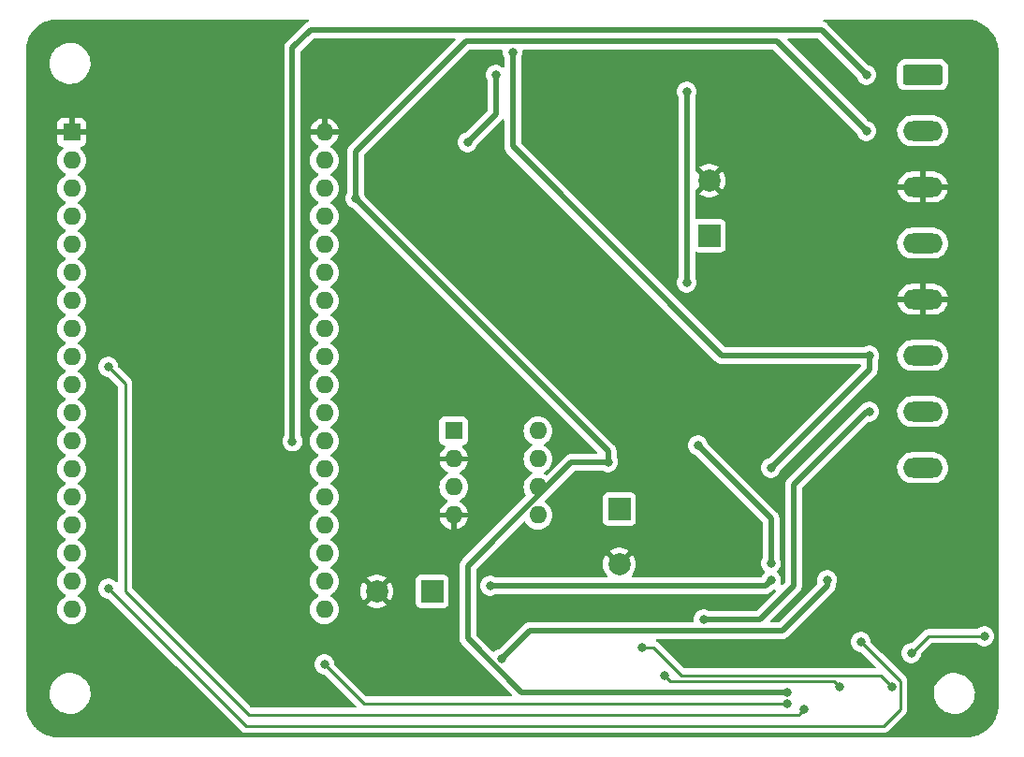
<source format=gbr>
%TF.GenerationSoftware,KiCad,Pcbnew,7.0.2*%
%TF.CreationDate,2023-05-15T17:20:20+02:00*%
%TF.ProjectId,projektkicad,70726f6a-656b-4746-9b69-6361642e6b69,rev?*%
%TF.SameCoordinates,Original*%
%TF.FileFunction,Copper,L2,Bot*%
%TF.FilePolarity,Positive*%
%FSLAX46Y46*%
G04 Gerber Fmt 4.6, Leading zero omitted, Abs format (unit mm)*
G04 Created by KiCad (PCBNEW 7.0.2) date 2023-05-15 17:20:20*
%MOMM*%
%LPD*%
G01*
G04 APERTURE LIST*
G04 Aperture macros list*
%AMRoundRect*
0 Rectangle with rounded corners*
0 $1 Rounding radius*
0 $2 $3 $4 $5 $6 $7 $8 $9 X,Y pos of 4 corners*
0 Add a 4 corners polygon primitive as box body*
4,1,4,$2,$3,$4,$5,$6,$7,$8,$9,$2,$3,0*
0 Add four circle primitives for the rounded corners*
1,1,$1+$1,$2,$3*
1,1,$1+$1,$4,$5*
1,1,$1+$1,$6,$7*
1,1,$1+$1,$8,$9*
0 Add four rect primitives between the rounded corners*
20,1,$1+$1,$2,$3,$4,$5,0*
20,1,$1+$1,$4,$5,$6,$7,0*
20,1,$1+$1,$6,$7,$8,$9,0*
20,1,$1+$1,$8,$9,$2,$3,0*%
G04 Aperture macros list end*
%TA.AperFunction,ComponentPad*%
%ADD10RoundRect,0.250000X-1.550000X0.650000X-1.550000X-0.650000X1.550000X-0.650000X1.550000X0.650000X0*%
%TD*%
%TA.AperFunction,ComponentPad*%
%ADD11O,3.600000X1.800000*%
%TD*%
%TA.AperFunction,ComponentPad*%
%ADD12R,2.000000X2.000000*%
%TD*%
%TA.AperFunction,ComponentPad*%
%ADD13C,2.000000*%
%TD*%
%TA.AperFunction,ComponentPad*%
%ADD14R,1.600000X1.600000*%
%TD*%
%TA.AperFunction,ComponentPad*%
%ADD15O,1.600000X1.600000*%
%TD*%
%TA.AperFunction,ViaPad*%
%ADD16C,0.800000*%
%TD*%
%TA.AperFunction,Conductor*%
%ADD17C,0.500000*%
%TD*%
%TA.AperFunction,Conductor*%
%ADD18C,0.250000*%
%TD*%
G04 APERTURE END LIST*
D10*
%TO.P,J1,1,Pin_1*%
%TO.N,temp*%
X198120000Y-65024000D03*
D11*
%TO.P,J1,2,Pin_2*%
%TO.N,3V3*%
X198120000Y-70104000D03*
%TO.P,J1,3,Pin_3*%
%TO.N,R+*%
X198120000Y-75184000D03*
%TO.P,J1,4,Pin_4*%
%TO.N,unconnected-(J1-Pin_4-Pad4)*%
X198120000Y-80264000D03*
%TO.P,J1,5,Pin_5*%
%TO.N,R+*%
X198120000Y-85344000D03*
%TO.P,J1,6,Pin_6*%
%TO.N,Vin+*%
X198120000Y-90424000D03*
%TO.P,J1,7,Pin_7*%
%TO.N,R-*%
X198120000Y-95504000D03*
%TO.P,J1,8,Pin_8*%
%TO.N,gate*%
X198120000Y-100584000D03*
%TD*%
D12*
%TO.P,C6,1*%
%TO.N,3V3*%
X170688000Y-104312323D03*
D13*
%TO.P,C6,2*%
%TO.N,R+*%
X170688000Y-109312323D03*
%TD*%
D12*
%TO.P,C8,1*%
%TO.N,/12to-12/Vin*%
X153751677Y-111760000D03*
D13*
%TO.P,C8,2*%
%TO.N,R+*%
X148751677Y-111760000D03*
%TD*%
D14*
%TO.P,U9,1,GND*%
%TO.N,R+*%
X121158000Y-70231000D03*
D15*
%TO.P,U9,2,5V*%
%TO.N,Net-(D5-K)*%
X121158000Y-72771000D03*
%TO.P,U9,3,3V3*%
%TO.N,3V3*%
X121158000Y-75311000D03*
%TO.P,U9,4*%
%TO.N,N/C*%
X121158000Y-77851000D03*
%TO.P,U9,5*%
X121158000Y-80391000D03*
%TO.P,U9,6*%
X121158000Y-82931000D03*
%TO.P,U9,7*%
X121158000Y-85471000D03*
%TO.P,U9,8*%
X121158000Y-88011000D03*
%TO.P,U9,9,to-SCL*%
%TO.N,Net-(U8-SCL)*%
X121158000Y-90551000D03*
%TO.P,U9,10*%
%TO.N,N/C*%
X121158000Y-93091000D03*
%TO.P,U9,11*%
X121158000Y-95631000D03*
%TO.P,U9,12*%
X121158000Y-98171000D03*
%TO.P,U9,13*%
X121158000Y-100711000D03*
%TO.P,U9,14*%
X121158000Y-103251000D03*
%TO.P,U9,15*%
X121158000Y-105791000D03*
%TO.P,U9,16*%
X121158000Y-108331000D03*
%TO.P,U9,17,PWM*%
%TO.N,Net-(U9-PWM)*%
X121158000Y-110871000D03*
%TO.P,U9,18*%
%TO.N,N/C*%
X121158000Y-113411000D03*
%TO.P,U9,19,to-SDA*%
%TO.N,Net-(U8-SDA)*%
X144018000Y-113411000D03*
%TO.P,U9,20*%
%TO.N,N/C*%
X144018000Y-110871000D03*
%TO.P,U9,21*%
X144018000Y-108331000D03*
%TO.P,U9,22*%
X144018000Y-105791000D03*
%TO.P,U9,23*%
X144018000Y-103251000D03*
%TO.P,U9,24*%
X144018000Y-100711000D03*
%TO.P,U9,25*%
%TO.N,temp*%
X144018000Y-98171000D03*
%TO.P,U9,26*%
%TO.N,N/C*%
X144018000Y-95631000D03*
%TO.P,U9,27*%
X144018000Y-93091000D03*
%TO.P,U9,28*%
X144018000Y-90551000D03*
%TO.P,U9,29*%
X144018000Y-88011000D03*
%TO.P,U9,30*%
X144018000Y-85471000D03*
%TO.P,U9,31*%
X144018000Y-82931000D03*
%TO.P,U9,32*%
X144018000Y-80391000D03*
%TO.P,U9,33*%
X144018000Y-77851000D03*
%TO.P,U9,34,3V3*%
%TO.N,3V3*%
X144018000Y-75311000D03*
%TO.P,U9,35,5V*%
%TO.N,Net-(D5-K)*%
X144018000Y-72771000D03*
%TO.P,U9,36,GND*%
%TO.N,R+*%
X144018000Y-70231000D03*
%TD*%
D12*
%TO.P,C16,1*%
%TO.N,/100to5/Vout*%
X178816000Y-79583677D03*
D13*
%TO.P,C16,2*%
%TO.N,R+*%
X178816000Y-74583677D03*
%TD*%
D14*
%TO.P,U6,1,SwC*%
%TO.N,Net-(D1-A)*%
X155712000Y-97249000D03*
D15*
%TO.P,U6,2,SwE*%
%TO.N,R+*%
X155712000Y-99789000D03*
%TO.P,U6,3,TC*%
%TO.N,Net-(U6-TC)*%
X155712000Y-102329000D03*
%TO.P,U6,4,GND*%
%TO.N,R+*%
X155712000Y-104869000D03*
%TO.P,U6,5,Vfb*%
%TO.N,Net-(U6-Vfb)*%
X163332000Y-104869000D03*
%TO.P,U6,6,Vin*%
%TO.N,3V3*%
X163332000Y-102329000D03*
%TO.P,U6,7,Ipk*%
%TO.N,Net-(U6-Ipk)*%
X163332000Y-99789000D03*
%TO.P,U6,8,DC*%
%TO.N,Net-(U6-DC)*%
X163332000Y-97249000D03*
%TD*%
D16*
%TO.N,Net-(U10C-+)*%
X203708000Y-115824000D03*
X197104000Y-117348000D03*
%TO.N,3V3*%
X146812000Y-76200000D03*
X185896000Y-120904000D03*
X169672000Y-100076000D03*
%TO.N,R-*%
X193294000Y-95504000D03*
X178308000Y-114300000D03*
%TO.N,Vin+*%
X184404000Y-100584000D03*
X161036000Y-62992000D03*
X193294000Y-90424000D03*
%TO.N,/100to5/Vout*%
X176788299Y-83820000D03*
X176784000Y-66548000D03*
%TO.N,/12to-12/Vin*%
X184404000Y-110744000D03*
X159004000Y-111252000D03*
%TO.N,/12to-12/Vout*%
X160020000Y-117856000D03*
X189484000Y-110744000D03*
%TO.N,Net-(U1-BST)*%
X156972000Y-71120000D03*
X159512000Y-65024000D03*
%TO.N,R+*%
X162560000Y-67056000D03*
X163576000Y-68072000D03*
X162560000Y-68072000D03*
X164592000Y-68072000D03*
X163576000Y-67056000D03*
X164592000Y-67056000D03*
%TO.N,Net-(U10A-+)*%
X184404000Y-109220000D03*
X177800000Y-98552000D03*
%TO.N,Vvpv'*%
X195363500Y-120400299D03*
X172720000Y-116840000D03*
%TO.N,Vipv*%
X190617502Y-120396000D03*
X174752000Y-119380000D03*
%TO.N,Net-(U9-PWM)*%
X124460000Y-111506000D03*
X192532000Y-116332000D03*
%TO.N,temp*%
X193040000Y-65024000D03*
X141122400Y-98196400D03*
%TO.N,Net-(U8-SDA)*%
X185896000Y-121920000D03*
X144013000Y-118364000D03*
%TO.N,Net-(U8-SCL)*%
X187420000Y-122428000D03*
X124460000Y-91440000D03*
%TO.N,3V3*%
X193040000Y-70104000D03*
%TD*%
D17*
%TO.N,3V3*%
X156845000Y-61976000D02*
X146812000Y-72009000D01*
X184912000Y-61976000D02*
X156845000Y-61976000D01*
X193040000Y-70104000D02*
X184912000Y-61976000D01*
X146812000Y-72009000D02*
X146812000Y-76200000D01*
D18*
%TO.N,Net-(U10C-+)*%
X198628000Y-115824000D02*
X203708000Y-115824000D01*
X197104000Y-117348000D02*
X198628000Y-115824000D01*
D17*
%TO.N,3V3*%
X156972000Y-116010082D02*
X156972000Y-109461233D01*
X166357233Y-100076000D02*
X169672000Y-100076000D01*
X161865918Y-120904000D02*
X156972000Y-116010082D01*
X185896000Y-120904000D02*
X161865918Y-120904000D01*
X156972000Y-109461233D02*
X166357233Y-100076000D01*
X169672000Y-99060000D02*
X169672000Y-100076000D01*
X146812000Y-76200000D02*
X169672000Y-99060000D01*
%TO.N,R-*%
X183388000Y-114300000D02*
X178308000Y-114300000D01*
X186436000Y-102108000D02*
X186436000Y-111252000D01*
X193294000Y-95504000D02*
X193040000Y-95504000D01*
X186436000Y-111252000D02*
X183388000Y-114300000D01*
X193040000Y-95504000D02*
X186436000Y-102108000D01*
%TO.N,Vin+*%
X193294000Y-90424000D02*
X179959000Y-90424000D01*
X193294000Y-90424000D02*
X193294000Y-91694000D01*
X193294000Y-91694000D02*
X184404000Y-100584000D01*
X161036000Y-71501000D02*
X161036000Y-62992000D01*
X179959000Y-90424000D02*
X161036000Y-71501000D01*
D18*
%TO.N,/100to5/Vout*%
X176784000Y-83815701D02*
X176788299Y-83820000D01*
D17*
X176784000Y-66548000D02*
X176784000Y-83815701D01*
%TO.N,/12to-12/Vin*%
X183896000Y-111252000D02*
X184404000Y-110744000D01*
X159004000Y-111252000D02*
X183896000Y-111252000D01*
%TO.N,/12to-12/Vout*%
X189484000Y-111252000D02*
X185420000Y-115316000D01*
X189484000Y-110744000D02*
X189484000Y-111252000D01*
X185420000Y-115316000D02*
X162560000Y-115316000D01*
X162560000Y-115316000D02*
X160020000Y-117856000D01*
%TO.N,Net-(U1-BST)*%
X159512000Y-68580000D02*
X159512000Y-65024000D01*
X156972000Y-71120000D02*
X159512000Y-68580000D01*
%TO.N,Net-(U10A-+)*%
X184404000Y-105156000D02*
X177800000Y-98552000D01*
X184404000Y-109220000D02*
X184404000Y-105156000D01*
D18*
%TO.N,Vvpv'*%
X173738327Y-116840000D02*
X172720000Y-116840000D01*
X195363500Y-120400299D02*
X194343201Y-119380000D01*
X176278327Y-119380000D02*
X173738327Y-116840000D01*
X194343201Y-119380000D02*
X176278327Y-119380000D01*
%TO.N,Vipv*%
X190109502Y-119888000D02*
X190617502Y-120396000D01*
X175260000Y-119888000D02*
X190109502Y-119888000D01*
X174752000Y-119380000D02*
X175260000Y-119888000D01*
%TO.N,Net-(U9-PWM)*%
X124460000Y-111506000D02*
X136906000Y-123952000D01*
X136906000Y-123952000D02*
X194564000Y-123952000D01*
X194564000Y-123952000D02*
X196088000Y-122428000D01*
X196088000Y-119888000D02*
X192532000Y-116332000D01*
X196088000Y-122428000D02*
X196088000Y-119888000D01*
D17*
%TO.N,temp*%
X193040000Y-65024000D02*
X188976000Y-60960000D01*
X141122400Y-98196400D02*
X141122400Y-62585600D01*
X141122400Y-62585600D02*
X142748000Y-60960000D01*
X188976000Y-60960000D02*
X142748000Y-60960000D01*
D18*
%TO.N,Net-(U8-SDA)*%
X147569000Y-121920000D02*
X185896000Y-121920000D01*
X144013000Y-118364000D02*
X147569000Y-121920000D01*
%TO.N,Net-(U8-SCL)*%
X186944000Y-122904000D02*
X187420000Y-122428000D01*
X125984000Y-111760000D02*
X137160000Y-122936000D01*
X186944000Y-122936000D02*
X186944000Y-122904000D01*
X124460000Y-91440000D02*
X125984000Y-92964000D01*
X125984000Y-92964000D02*
X125984000Y-111760000D01*
X137160000Y-122936000D02*
X186944000Y-122936000D01*
%TD*%
%TA.AperFunction,Conductor*%
%TO.N,R+*%
G36*
X142553688Y-60020185D02*
G01*
X142599443Y-60072989D01*
X142609387Y-60142147D01*
X142580362Y-60205703D01*
X142529055Y-60241024D01*
X142503231Y-60250422D01*
X142499831Y-60251603D01*
X142427474Y-60275580D01*
X142409927Y-60284075D01*
X142346221Y-60325975D01*
X142343181Y-60327912D01*
X142278280Y-60367944D01*
X142263165Y-60380256D01*
X142210832Y-60435725D01*
X142208320Y-60438311D01*
X140636758Y-62009872D01*
X140623127Y-62021653D01*
X140603868Y-62035991D01*
X140572035Y-62073928D01*
X140564738Y-62081892D01*
X140563372Y-62083257D01*
X140563350Y-62083281D01*
X140560809Y-62085823D01*
X140558573Y-62088650D01*
X140558571Y-62088653D01*
X140541576Y-62110146D01*
X140539302Y-62112937D01*
X140490294Y-62171344D01*
X140479818Y-62187787D01*
X140447592Y-62256894D01*
X140446022Y-62260136D01*
X140411793Y-62328292D01*
X140405396Y-62346698D01*
X140389973Y-62421388D01*
X140389193Y-62424905D01*
X140371608Y-62499106D01*
X140369629Y-62518479D01*
X140371848Y-62594729D01*
X140371900Y-62598335D01*
X140371900Y-97662077D01*
X140355287Y-97724077D01*
X140295220Y-97828115D01*
X140236726Y-98008142D01*
X140216940Y-98196400D01*
X140236726Y-98384657D01*
X140295220Y-98564684D01*
X140389866Y-98728616D01*
X140516529Y-98869289D01*
X140669669Y-98980551D01*
X140842597Y-99057544D01*
X141027752Y-99096900D01*
X141027754Y-99096900D01*
X141217048Y-99096900D01*
X141340484Y-99070662D01*
X141402203Y-99057544D01*
X141575130Y-98980551D01*
X141658081Y-98920284D01*
X141728270Y-98869289D01*
X141854933Y-98728616D01*
X141949579Y-98564684D01*
X141985935Y-98452791D01*
X142008074Y-98384656D01*
X142027860Y-98196400D01*
X142008074Y-98008144D01*
X141949579Y-97828116D01*
X141949579Y-97828115D01*
X141889513Y-97724077D01*
X141872900Y-97662077D01*
X141872900Y-62947829D01*
X141892585Y-62880790D01*
X141909219Y-62860148D01*
X143022548Y-61746819D01*
X143083871Y-61713334D01*
X143110229Y-61710500D01*
X155749771Y-61710500D01*
X155816810Y-61730185D01*
X155862565Y-61782989D01*
X155872509Y-61852147D01*
X155843484Y-61915703D01*
X155837452Y-61922181D01*
X146326358Y-71433272D01*
X146312727Y-71445053D01*
X146293468Y-71459391D01*
X146261635Y-71497328D01*
X146254338Y-71505292D01*
X146252972Y-71506657D01*
X146252950Y-71506681D01*
X146250409Y-71509223D01*
X146248173Y-71512050D01*
X146248171Y-71512053D01*
X146231176Y-71533546D01*
X146228902Y-71536337D01*
X146179894Y-71594744D01*
X146169418Y-71611187D01*
X146137192Y-71680294D01*
X146135622Y-71683536D01*
X146101393Y-71751692D01*
X146094996Y-71770098D01*
X146079573Y-71844788D01*
X146078793Y-71848305D01*
X146061208Y-71922506D01*
X146059229Y-71941879D01*
X146061448Y-72018129D01*
X146061500Y-72021735D01*
X146061500Y-75665677D01*
X146044887Y-75727677D01*
X145984820Y-75831715D01*
X145926326Y-76011742D01*
X145906540Y-76200000D01*
X145926326Y-76388257D01*
X145984820Y-76568284D01*
X146079466Y-76732216D01*
X146206129Y-76872889D01*
X146359269Y-76984151D01*
X146532193Y-77061143D01*
X146532196Y-77061143D01*
X146532197Y-77061144D01*
X146597329Y-77074987D01*
X146658808Y-77108178D01*
X146659228Y-77108596D01*
X168664451Y-99113819D01*
X168697936Y-99175142D01*
X168692952Y-99244834D01*
X168651080Y-99300767D01*
X168585616Y-99325184D01*
X168576770Y-99325500D01*
X166420939Y-99325500D01*
X166402969Y-99324191D01*
X166389086Y-99322157D01*
X166379210Y-99320711D01*
X166379209Y-99320711D01*
X166329864Y-99325028D01*
X166319057Y-99325500D01*
X166313524Y-99325500D01*
X166309963Y-99325916D01*
X166309948Y-99325917D01*
X166282734Y-99329098D01*
X166279149Y-99329464D01*
X166203194Y-99336109D01*
X166184154Y-99340330D01*
X166112465Y-99366421D01*
X166109064Y-99367603D01*
X166036707Y-99391580D01*
X166019160Y-99400075D01*
X165955454Y-99441975D01*
X165952414Y-99443912D01*
X165887513Y-99483944D01*
X165872397Y-99496257D01*
X165820064Y-99551726D01*
X165817552Y-99554312D01*
X164169293Y-101202571D01*
X164107970Y-101236056D01*
X164038278Y-101231072D01*
X164010490Y-101216466D01*
X163984735Y-101198433D01*
X163984734Y-101198432D01*
X163926724Y-101171381D01*
X163874285Y-101125210D01*
X163855133Y-101058017D01*
X163875348Y-100991135D01*
X163926725Y-100946618D01*
X163984734Y-100919568D01*
X164171139Y-100789047D01*
X164332047Y-100628139D01*
X164462568Y-100441734D01*
X164558739Y-100235496D01*
X164617635Y-100015692D01*
X164637468Y-99789000D01*
X164617635Y-99562308D01*
X164558739Y-99342504D01*
X164462568Y-99136266D01*
X164447448Y-99114671D01*
X164332046Y-98949859D01*
X164171140Y-98788953D01*
X163984733Y-98658431D01*
X163926725Y-98631382D01*
X163874285Y-98585210D01*
X163855133Y-98518017D01*
X163875348Y-98451135D01*
X163926725Y-98406618D01*
X163984734Y-98379568D01*
X164171139Y-98249047D01*
X164332047Y-98088139D01*
X164462568Y-97901734D01*
X164558739Y-97695496D01*
X164617635Y-97475692D01*
X164637468Y-97249000D01*
X164617635Y-97022308D01*
X164558739Y-96802504D01*
X164462568Y-96596266D01*
X164408296Y-96518756D01*
X164332046Y-96409859D01*
X164171140Y-96248953D01*
X163984735Y-96118432D01*
X163778497Y-96022261D01*
X163558689Y-95963364D01*
X163331999Y-95943531D01*
X163105310Y-95963364D01*
X162885502Y-96022261D01*
X162679264Y-96118432D01*
X162492859Y-96248953D01*
X162331953Y-96409859D01*
X162201432Y-96596264D01*
X162105261Y-96802502D01*
X162046364Y-97022310D01*
X162026531Y-97249000D01*
X162046364Y-97475689D01*
X162105261Y-97695497D01*
X162201432Y-97901735D01*
X162331953Y-98088140D01*
X162492859Y-98249046D01*
X162553249Y-98291331D01*
X162679266Y-98379568D01*
X162737275Y-98406618D01*
X162789714Y-98452791D01*
X162808865Y-98519985D01*
X162788649Y-98586866D01*
X162737275Y-98631382D01*
X162679263Y-98658433D01*
X162492859Y-98788953D01*
X162331953Y-98949859D01*
X162201432Y-99136264D01*
X162105261Y-99342502D01*
X162046364Y-99562310D01*
X162026531Y-99789000D01*
X162046364Y-100015689D01*
X162105261Y-100235497D01*
X162201432Y-100441735D01*
X162331953Y-100628140D01*
X162492859Y-100789046D01*
X162546350Y-100826500D01*
X162679266Y-100919568D01*
X162737273Y-100946617D01*
X162789713Y-100992789D01*
X162808865Y-101059982D01*
X162788650Y-101126864D01*
X162737276Y-101171380D01*
X162679266Y-101198431D01*
X162492859Y-101328953D01*
X162331953Y-101489859D01*
X162201432Y-101676264D01*
X162105261Y-101882502D01*
X162046364Y-102102310D01*
X162026531Y-102328999D01*
X162046364Y-102555689D01*
X162105261Y-102775497D01*
X162201432Y-102981734D01*
X162219465Y-103007488D01*
X162241792Y-103073694D01*
X162224782Y-103141461D01*
X162205571Y-103166292D01*
X156486358Y-108885505D01*
X156472727Y-108897286D01*
X156453468Y-108911624D01*
X156421635Y-108949561D01*
X156414338Y-108957525D01*
X156412972Y-108958890D01*
X156412950Y-108958914D01*
X156410409Y-108961456D01*
X156408173Y-108964283D01*
X156408171Y-108964286D01*
X156391176Y-108985779D01*
X156388902Y-108988570D01*
X156339894Y-109046977D01*
X156329418Y-109063420D01*
X156297192Y-109132527D01*
X156295622Y-109135769D01*
X156261393Y-109203925D01*
X156254996Y-109222331D01*
X156239573Y-109297021D01*
X156238793Y-109300538D01*
X156221208Y-109374739D01*
X156219229Y-109394112D01*
X156221448Y-109470362D01*
X156221500Y-109473968D01*
X156221500Y-115946376D01*
X156220191Y-115964346D01*
X156216711Y-115988105D01*
X156219936Y-116024974D01*
X156221028Y-116037450D01*
X156221500Y-116048257D01*
X156221500Y-116053791D01*
X156221916Y-116057354D01*
X156221917Y-116057364D01*
X156225098Y-116084578D01*
X156225464Y-116088164D01*
X156232109Y-116164123D01*
X156236329Y-116183153D01*
X156236758Y-116184333D01*
X156236759Y-116184337D01*
X156262413Y-116254824D01*
X156263582Y-116258189D01*
X156287580Y-116330606D01*
X156296075Y-116348154D01*
X156337979Y-116411866D01*
X156339889Y-116414864D01*
X156373396Y-116469185D01*
X156379952Y-116479814D01*
X156392253Y-116494912D01*
X156393168Y-116495775D01*
X156393170Y-116495778D01*
X156447709Y-116547233D01*
X156450296Y-116549746D01*
X158796766Y-118896216D01*
X160983370Y-121082819D01*
X161016855Y-121144142D01*
X161011871Y-121213834D01*
X160969999Y-121269767D01*
X160904535Y-121294184D01*
X160895689Y-121294500D01*
X147879453Y-121294500D01*
X147812414Y-121274815D01*
X147791772Y-121258181D01*
X144951960Y-118418369D01*
X144918475Y-118357046D01*
X144916323Y-118343668D01*
X144898674Y-118175744D01*
X144855951Y-118044256D01*
X144840179Y-117995715D01*
X144745533Y-117831783D01*
X144618870Y-117691110D01*
X144465730Y-117579848D01*
X144292802Y-117502855D01*
X144107648Y-117463500D01*
X144107646Y-117463500D01*
X143918354Y-117463500D01*
X143918352Y-117463500D01*
X143733197Y-117502855D01*
X143560269Y-117579848D01*
X143407129Y-117691110D01*
X143280466Y-117831783D01*
X143185820Y-117995715D01*
X143127326Y-118175742D01*
X143107540Y-118364000D01*
X143127326Y-118552257D01*
X143185820Y-118732284D01*
X143280466Y-118896216D01*
X143407129Y-119036889D01*
X143560269Y-119148151D01*
X143733197Y-119225144D01*
X143918352Y-119264500D01*
X143918354Y-119264500D01*
X143977548Y-119264500D01*
X144044587Y-119284185D01*
X144065229Y-119300819D01*
X146863228Y-122098819D01*
X146896713Y-122160142D01*
X146891729Y-122229834D01*
X146849857Y-122285767D01*
X146784393Y-122310184D01*
X146775547Y-122310500D01*
X137470452Y-122310500D01*
X137403413Y-122290815D01*
X137382771Y-122274181D01*
X128519589Y-113410999D01*
X142712531Y-113410999D01*
X142732364Y-113637689D01*
X142791261Y-113857497D01*
X142887432Y-114063735D01*
X143017953Y-114250140D01*
X143178859Y-114411046D01*
X143365264Y-114541567D01*
X143365265Y-114541567D01*
X143365266Y-114541568D01*
X143571504Y-114637739D01*
X143791308Y-114696635D01*
X144018000Y-114716468D01*
X144244692Y-114696635D01*
X144464496Y-114637739D01*
X144670734Y-114541568D01*
X144857139Y-114411047D01*
X145018047Y-114250139D01*
X145148568Y-114063734D01*
X145244739Y-113857496D01*
X145303635Y-113637692D01*
X145323468Y-113411000D01*
X145303635Y-113184308D01*
X145244739Y-112964504D01*
X145148568Y-112758266D01*
X145058674Y-112629882D01*
X145018046Y-112571859D01*
X144857140Y-112410953D01*
X144670733Y-112280431D01*
X144612725Y-112253382D01*
X144560285Y-112207210D01*
X144541133Y-112140017D01*
X144561348Y-112073135D01*
X144612725Y-112028618D01*
X144617947Y-112026183D01*
X144670734Y-112001568D01*
X144857139Y-111871047D01*
X144968187Y-111759999D01*
X147246535Y-111759999D01*
X147267063Y-112007732D01*
X147328090Y-112248721D01*
X147427945Y-112476370D01*
X147528240Y-112629882D01*
X147528241Y-112629882D01*
X148268600Y-111889523D01*
X148292184Y-111969844D01*
X148369916Y-112090798D01*
X148478577Y-112184952D01*
X148609362Y-112244680D01*
X148619143Y-112246086D01*
X147881619Y-112983609D01*
X147881619Y-112983610D01*
X147928443Y-113020055D01*
X148147070Y-113138368D01*
X148382183Y-113219083D01*
X148627384Y-113260000D01*
X148875970Y-113260000D01*
X149121170Y-113219083D01*
X149356283Y-113138368D01*
X149574910Y-113020053D01*
X149621733Y-112983609D01*
X149442702Y-112804578D01*
X152251177Y-112804578D01*
X152251178Y-112807872D01*
X152257586Y-112867483D01*
X152307881Y-113002331D01*
X152394131Y-113117546D01*
X152509346Y-113203796D01*
X152644194Y-113254091D01*
X152703804Y-113260500D01*
X154799549Y-113260499D01*
X154859160Y-113254091D01*
X154994008Y-113203796D01*
X155109223Y-113117546D01*
X155195473Y-113002331D01*
X155245768Y-112867483D01*
X155252177Y-112807873D01*
X155252176Y-110712128D01*
X155245768Y-110652517D01*
X155195473Y-110517669D01*
X155109223Y-110402454D01*
X154994008Y-110316204D01*
X154859160Y-110265909D01*
X154802843Y-110259854D01*
X154802842Y-110259853D01*
X154799550Y-110259500D01*
X154796227Y-110259500D01*
X152707116Y-110259500D01*
X152707097Y-110259500D01*
X152703805Y-110259501D01*
X152700525Y-110259853D01*
X152700517Y-110259854D01*
X152644192Y-110265909D01*
X152509346Y-110316204D01*
X152394131Y-110402454D01*
X152307881Y-110517668D01*
X152257587Y-110652515D01*
X152257586Y-110652517D01*
X152251177Y-110712127D01*
X152251177Y-110715448D01*
X152251177Y-110715449D01*
X152251177Y-112804560D01*
X152251177Y-112804578D01*
X149442702Y-112804578D01*
X148884210Y-112246086D01*
X148893992Y-112244680D01*
X149024777Y-112184952D01*
X149133438Y-112090798D01*
X149211170Y-111969844D01*
X149234753Y-111889524D01*
X149975111Y-112629882D01*
X150075407Y-112476369D01*
X150175263Y-112248721D01*
X150236290Y-112007732D01*
X150256818Y-111759999D01*
X150236290Y-111512267D01*
X150175263Y-111271278D01*
X150075407Y-111043630D01*
X149975111Y-110890116D01*
X149234753Y-111630475D01*
X149211170Y-111550156D01*
X149133438Y-111429202D01*
X149024777Y-111335048D01*
X148893992Y-111275320D01*
X148884208Y-111273913D01*
X149621733Y-110536389D01*
X149621733Y-110536387D01*
X149574912Y-110499947D01*
X149356283Y-110381631D01*
X149121170Y-110300916D01*
X148875970Y-110260000D01*
X148627384Y-110260000D01*
X148382183Y-110300916D01*
X148147070Y-110381631D01*
X147928441Y-110499946D01*
X147881619Y-110536388D01*
X147881618Y-110536389D01*
X148619143Y-111273913D01*
X148609362Y-111275320D01*
X148478577Y-111335048D01*
X148369916Y-111429202D01*
X148292184Y-111550156D01*
X148268600Y-111630475D01*
X147528241Y-110890116D01*
X147427943Y-111043634D01*
X147328090Y-111271278D01*
X147267063Y-111512267D01*
X147246535Y-111759999D01*
X144968187Y-111759999D01*
X145018047Y-111710139D01*
X145148568Y-111523734D01*
X145244739Y-111317496D01*
X145303635Y-111097692D01*
X145323468Y-110871000D01*
X145303635Y-110644308D01*
X145244739Y-110424504D01*
X145148568Y-110218266D01*
X145144030Y-110211784D01*
X145018046Y-110031859D01*
X144857140Y-109870953D01*
X144670733Y-109740431D01*
X144612725Y-109713382D01*
X144560285Y-109667210D01*
X144541133Y-109600017D01*
X144561348Y-109533135D01*
X144612725Y-109488618D01*
X144670734Y-109461568D01*
X144857139Y-109331047D01*
X145018047Y-109170139D01*
X145148568Y-108983734D01*
X145244739Y-108777496D01*
X145303635Y-108557692D01*
X145323468Y-108331000D01*
X145303635Y-108104308D01*
X145244739Y-107884504D01*
X145148568Y-107678266D01*
X145018047Y-107491861D01*
X145018046Y-107491859D01*
X144857140Y-107330953D01*
X144670733Y-107200431D01*
X144612725Y-107173382D01*
X144560285Y-107127210D01*
X144541133Y-107060017D01*
X144561348Y-106993135D01*
X144612725Y-106948618D01*
X144670734Y-106921568D01*
X144857139Y-106791047D01*
X145018047Y-106630139D01*
X145148568Y-106443734D01*
X145244739Y-106237496D01*
X145303635Y-106017692D01*
X145323468Y-105791000D01*
X145303635Y-105564308D01*
X145244739Y-105344504D01*
X145148568Y-105138266D01*
X145130381Y-105112291D01*
X145018046Y-104951859D01*
X144857140Y-104790953D01*
X144670733Y-104660431D01*
X144612725Y-104633382D01*
X144560285Y-104587210D01*
X144541133Y-104520017D01*
X144561348Y-104453135D01*
X144612725Y-104408618D01*
X144670734Y-104381568D01*
X144857139Y-104251047D01*
X145018047Y-104090139D01*
X145148568Y-103903734D01*
X145244739Y-103697496D01*
X145303635Y-103477692D01*
X145323468Y-103251000D01*
X145303635Y-103024308D01*
X145244739Y-102804504D01*
X145148568Y-102598266D01*
X145058917Y-102470229D01*
X145018046Y-102411859D01*
X144935187Y-102329000D01*
X154406531Y-102329000D01*
X154426364Y-102555689D01*
X154485261Y-102775497D01*
X154581432Y-102981735D01*
X154711953Y-103168140D01*
X154872859Y-103329046D01*
X155059264Y-103459567D01*
X155059265Y-103459567D01*
X155059266Y-103459568D01*
X155117865Y-103486893D01*
X155170304Y-103533065D01*
X155189456Y-103600259D01*
X155169240Y-103667140D01*
X155117866Y-103711656D01*
X155059522Y-103738863D01*
X154873180Y-103869341D01*
X154712341Y-104030180D01*
X154581865Y-104216519D01*
X154485733Y-104422673D01*
X154433128Y-104618999D01*
X154433128Y-104619000D01*
X155396314Y-104619000D01*
X155384359Y-104630955D01*
X155326835Y-104743852D01*
X155307014Y-104869000D01*
X155326835Y-104994148D01*
X155384359Y-105107045D01*
X155396314Y-105119000D01*
X154433128Y-105119000D01*
X154485733Y-105315326D01*
X154581865Y-105521480D01*
X154712341Y-105707819D01*
X154873180Y-105868658D01*
X155059519Y-105999134D01*
X155265673Y-106095266D01*
X155461999Y-106147871D01*
X155462000Y-106147871D01*
X155462000Y-105184685D01*
X155473955Y-105196641D01*
X155586852Y-105254165D01*
X155680519Y-105269000D01*
X155743481Y-105269000D01*
X155837148Y-105254165D01*
X155950045Y-105196641D01*
X155962000Y-105184686D01*
X155962000Y-106147871D01*
X156158326Y-106095266D01*
X156364480Y-105999134D01*
X156550819Y-105868658D01*
X156711658Y-105707819D01*
X156842134Y-105521480D01*
X156938266Y-105315326D01*
X156990872Y-105119000D01*
X156027686Y-105119000D01*
X156039641Y-105107045D01*
X156097165Y-104994148D01*
X156116986Y-104869000D01*
X156097165Y-104743852D01*
X156039641Y-104630955D01*
X156027686Y-104619000D01*
X156990872Y-104619000D01*
X156990871Y-104618999D01*
X156938266Y-104422673D01*
X156842134Y-104216519D01*
X156711658Y-104030180D01*
X156550819Y-103869341D01*
X156364482Y-103738866D01*
X156306133Y-103711657D01*
X156253694Y-103665484D01*
X156234543Y-103598290D01*
X156254759Y-103531409D01*
X156306134Y-103486893D01*
X156364734Y-103459568D01*
X156551139Y-103329047D01*
X156712047Y-103168139D01*
X156842568Y-102981734D01*
X156938739Y-102775496D01*
X156997635Y-102555692D01*
X157017468Y-102329000D01*
X156997635Y-102102308D01*
X156938739Y-101882504D01*
X156842568Y-101676266D01*
X156813910Y-101635337D01*
X156712046Y-101489859D01*
X156551140Y-101328953D01*
X156364736Y-101198433D01*
X156306721Y-101171380D01*
X156306132Y-101171105D01*
X156253695Y-101124933D01*
X156234543Y-101057739D01*
X156254759Y-100990858D01*
X156306135Y-100946342D01*
X156364479Y-100919135D01*
X156550819Y-100788658D01*
X156711658Y-100627819D01*
X156842134Y-100441480D01*
X156938266Y-100235326D01*
X156990872Y-100039000D01*
X156027686Y-100039000D01*
X156039641Y-100027045D01*
X156097165Y-99914148D01*
X156116986Y-99789000D01*
X156097165Y-99663852D01*
X156039641Y-99550955D01*
X156027686Y-99539000D01*
X156990872Y-99539000D01*
X156990871Y-99538999D01*
X156938266Y-99342673D01*
X156842134Y-99136519D01*
X156711658Y-98950180D01*
X156550817Y-98789339D01*
X156525778Y-98771806D01*
X156482154Y-98717228D01*
X156474962Y-98647729D01*
X156506485Y-98585375D01*
X156566716Y-98549963D01*
X156583639Y-98546944D01*
X156619483Y-98543091D01*
X156754331Y-98492796D01*
X156869546Y-98406546D01*
X156955796Y-98291331D01*
X157006091Y-98156483D01*
X157012500Y-98096873D01*
X157012499Y-96401128D01*
X157006091Y-96341517D01*
X156955796Y-96206669D01*
X156869546Y-96091454D01*
X156754331Y-96005204D01*
X156619483Y-95954909D01*
X156559873Y-95948500D01*
X156556550Y-95948500D01*
X154867439Y-95948500D01*
X154867420Y-95948500D01*
X154864128Y-95948501D01*
X154860848Y-95948853D01*
X154860840Y-95948854D01*
X154804515Y-95954909D01*
X154669669Y-96005204D01*
X154554454Y-96091454D01*
X154468204Y-96206668D01*
X154417910Y-96341515D01*
X154417909Y-96341517D01*
X154411500Y-96401127D01*
X154411500Y-96404448D01*
X154411500Y-96404449D01*
X154411500Y-98093560D01*
X154411500Y-98093578D01*
X154411501Y-98096872D01*
X154417909Y-98156483D01*
X154468204Y-98291331D01*
X154554454Y-98406546D01*
X154669669Y-98492796D01*
X154804517Y-98543091D01*
X154840351Y-98546943D01*
X154904901Y-98573681D01*
X154944750Y-98631073D01*
X154947245Y-98700898D01*
X154911593Y-98760987D01*
X154898221Y-98771807D01*
X154873182Y-98789339D01*
X154712341Y-98950180D01*
X154581865Y-99136519D01*
X154485733Y-99342673D01*
X154433128Y-99538999D01*
X154433128Y-99539000D01*
X155396314Y-99539000D01*
X155384359Y-99550955D01*
X155326835Y-99663852D01*
X155307014Y-99789000D01*
X155326835Y-99914148D01*
X155384359Y-100027045D01*
X155396314Y-100039000D01*
X154433128Y-100039000D01*
X154485733Y-100235326D01*
X154581865Y-100441480D01*
X154712341Y-100627819D01*
X154873180Y-100788658D01*
X155059519Y-100919134D01*
X155117865Y-100946342D01*
X155170304Y-100992514D01*
X155189456Y-101059708D01*
X155169240Y-101126589D01*
X155117866Y-101171105D01*
X155059267Y-101198430D01*
X154872859Y-101328953D01*
X154711953Y-101489859D01*
X154581432Y-101676264D01*
X154485261Y-101882502D01*
X154426364Y-102102310D01*
X154406531Y-102329000D01*
X144935187Y-102329000D01*
X144857140Y-102250953D01*
X144670733Y-102120431D01*
X144612725Y-102093382D01*
X144560285Y-102047210D01*
X144541133Y-101980017D01*
X144561348Y-101913135D01*
X144612725Y-101868618D01*
X144670734Y-101841568D01*
X144857139Y-101711047D01*
X145018047Y-101550139D01*
X145148568Y-101363734D01*
X145244739Y-101157496D01*
X145303635Y-100937692D01*
X145323468Y-100711000D01*
X145303635Y-100484308D01*
X145244739Y-100264504D01*
X145148568Y-100058266D01*
X145144030Y-100051784D01*
X145018046Y-99871859D01*
X144857140Y-99710953D01*
X144670733Y-99580431D01*
X144629727Y-99561310D01*
X144612724Y-99553381D01*
X144560285Y-99507210D01*
X144541133Y-99440017D01*
X144561348Y-99373135D01*
X144612725Y-99328618D01*
X144670734Y-99301568D01*
X144857139Y-99171047D01*
X145018047Y-99010139D01*
X145148568Y-98823734D01*
X145244739Y-98617496D01*
X145303635Y-98397692D01*
X145323468Y-98171000D01*
X145303635Y-97944308D01*
X145244739Y-97724504D01*
X145148568Y-97518266D01*
X145018047Y-97331861D01*
X145018046Y-97331859D01*
X144857140Y-97170953D01*
X144670733Y-97040431D01*
X144612725Y-97013382D01*
X144560285Y-96967210D01*
X144541133Y-96900017D01*
X144561348Y-96833135D01*
X144612725Y-96788618D01*
X144620932Y-96784791D01*
X144670734Y-96761568D01*
X144857139Y-96631047D01*
X145018047Y-96470139D01*
X145148568Y-96283734D01*
X145244739Y-96077496D01*
X145303635Y-95857692D01*
X145323468Y-95631000D01*
X145303635Y-95404308D01*
X145244739Y-95184504D01*
X145148568Y-94978266D01*
X145144030Y-94971784D01*
X145018046Y-94791859D01*
X144857140Y-94630953D01*
X144670733Y-94500431D01*
X144612725Y-94473382D01*
X144560285Y-94427210D01*
X144541133Y-94360017D01*
X144561348Y-94293135D01*
X144612725Y-94248618D01*
X144670734Y-94221568D01*
X144857139Y-94091047D01*
X145018047Y-93930139D01*
X145148568Y-93743734D01*
X145244739Y-93537496D01*
X145303635Y-93317692D01*
X145323468Y-93091000D01*
X145303635Y-92864308D01*
X145244739Y-92644504D01*
X145148568Y-92438266D01*
X145080113Y-92340500D01*
X145018046Y-92251859D01*
X144857140Y-92090953D01*
X144670733Y-91960431D01*
X144612725Y-91933382D01*
X144560285Y-91887210D01*
X144541133Y-91820017D01*
X144561348Y-91753135D01*
X144612725Y-91708618D01*
X144620932Y-91704791D01*
X144670734Y-91681568D01*
X144857139Y-91551047D01*
X145018047Y-91390139D01*
X145148568Y-91203734D01*
X145244739Y-90997496D01*
X145303635Y-90777692D01*
X145323468Y-90551000D01*
X145303635Y-90324308D01*
X145244739Y-90104504D01*
X145148568Y-89898266D01*
X145144030Y-89891784D01*
X145018046Y-89711859D01*
X144857140Y-89550953D01*
X144670733Y-89420431D01*
X144612725Y-89393382D01*
X144560285Y-89347210D01*
X144541133Y-89280017D01*
X144561348Y-89213135D01*
X144612725Y-89168618D01*
X144670734Y-89141568D01*
X144857139Y-89011047D01*
X145018047Y-88850139D01*
X145148568Y-88663734D01*
X145244739Y-88457496D01*
X145303635Y-88237692D01*
X145323468Y-88011000D01*
X145303635Y-87784308D01*
X145244739Y-87564504D01*
X145148568Y-87358266D01*
X145018047Y-87171861D01*
X145018046Y-87171859D01*
X144857140Y-87010953D01*
X144670733Y-86880431D01*
X144612725Y-86853382D01*
X144560285Y-86807210D01*
X144541133Y-86740017D01*
X144561348Y-86673135D01*
X144612725Y-86628618D01*
X144670734Y-86601568D01*
X144857139Y-86471047D01*
X145018047Y-86310139D01*
X145148568Y-86123734D01*
X145244739Y-85917496D01*
X145303635Y-85697692D01*
X145323468Y-85471000D01*
X145303635Y-85244308D01*
X145244739Y-85024504D01*
X145148568Y-84818266D01*
X145080113Y-84720500D01*
X145018046Y-84631859D01*
X144857140Y-84470953D01*
X144670733Y-84340431D01*
X144612725Y-84313382D01*
X144560285Y-84267210D01*
X144541133Y-84200017D01*
X144561348Y-84133135D01*
X144612725Y-84088618D01*
X144670734Y-84061568D01*
X144857139Y-83931047D01*
X145018047Y-83770139D01*
X145148568Y-83583734D01*
X145244739Y-83377496D01*
X145303635Y-83157692D01*
X145323468Y-82931000D01*
X145303635Y-82704308D01*
X145244739Y-82484504D01*
X145148568Y-82278266D01*
X145018047Y-82091861D01*
X145018046Y-82091859D01*
X144857140Y-81930953D01*
X144670733Y-81800431D01*
X144612725Y-81773382D01*
X144560285Y-81727210D01*
X144541133Y-81660017D01*
X144561348Y-81593135D01*
X144612725Y-81548618D01*
X144620932Y-81544791D01*
X144670734Y-81521568D01*
X144857139Y-81391047D01*
X145018047Y-81230139D01*
X145148568Y-81043734D01*
X145244739Y-80837496D01*
X145303635Y-80617692D01*
X145323468Y-80391000D01*
X145303635Y-80164308D01*
X145244739Y-79944504D01*
X145148568Y-79738266D01*
X145073608Y-79631210D01*
X145018046Y-79551859D01*
X144857140Y-79390953D01*
X144670736Y-79260433D01*
X144670732Y-79260431D01*
X144612722Y-79233380D01*
X144560284Y-79187208D01*
X144541133Y-79120014D01*
X144561349Y-79053133D01*
X144612721Y-79008619D01*
X144670734Y-78981568D01*
X144857139Y-78851047D01*
X145018047Y-78690139D01*
X145148568Y-78503734D01*
X145244739Y-78297496D01*
X145303635Y-78077692D01*
X145323468Y-77851000D01*
X145303635Y-77624308D01*
X145244739Y-77404504D01*
X145148568Y-77198266D01*
X145085489Y-77108178D01*
X145018046Y-77011859D01*
X144857140Y-76850953D01*
X144670733Y-76720431D01*
X144612725Y-76693382D01*
X144560285Y-76647210D01*
X144541133Y-76580017D01*
X144561348Y-76513135D01*
X144612725Y-76468618D01*
X144670734Y-76441568D01*
X144857139Y-76311047D01*
X145018047Y-76150139D01*
X145148568Y-75963734D01*
X145244739Y-75757496D01*
X145303635Y-75537692D01*
X145323468Y-75311000D01*
X145303635Y-75084308D01*
X145244739Y-74864504D01*
X145148568Y-74658266D01*
X145146678Y-74655566D01*
X145018046Y-74471859D01*
X144857140Y-74310953D01*
X144670733Y-74180431D01*
X144612725Y-74153382D01*
X144560285Y-74107210D01*
X144541133Y-74040017D01*
X144561348Y-73973135D01*
X144612725Y-73928618D01*
X144670734Y-73901568D01*
X144857139Y-73771047D01*
X145018047Y-73610139D01*
X145148568Y-73423734D01*
X145244739Y-73217496D01*
X145303635Y-72997692D01*
X145323468Y-72771000D01*
X145303635Y-72544308D01*
X145244739Y-72324504D01*
X145148568Y-72118266D01*
X145094231Y-72040663D01*
X145018046Y-71931859D01*
X144857140Y-71770953D01*
X144670736Y-71640433D01*
X144646677Y-71629214D01*
X144612132Y-71613105D01*
X144559695Y-71566933D01*
X144540543Y-71499739D01*
X144560759Y-71432858D01*
X144612135Y-71388342D01*
X144670479Y-71361135D01*
X144856819Y-71230658D01*
X145017658Y-71069819D01*
X145148134Y-70883480D01*
X145244266Y-70677326D01*
X145296872Y-70481000D01*
X144333686Y-70481000D01*
X144345641Y-70469045D01*
X144403165Y-70356148D01*
X144422986Y-70231000D01*
X144403165Y-70105852D01*
X144345641Y-69992955D01*
X144333686Y-69981000D01*
X145296872Y-69981000D01*
X145296871Y-69980999D01*
X145244266Y-69784673D01*
X145148134Y-69578519D01*
X145017658Y-69392180D01*
X144856819Y-69231341D01*
X144670480Y-69100865D01*
X144464326Y-69004733D01*
X144268000Y-68952126D01*
X144268000Y-69915314D01*
X144256045Y-69903359D01*
X144143148Y-69845835D01*
X144049481Y-69831000D01*
X143986519Y-69831000D01*
X143892852Y-69845835D01*
X143779955Y-69903359D01*
X143768000Y-69915314D01*
X143768000Y-68952126D01*
X143767999Y-68952126D01*
X143571673Y-69004733D01*
X143365519Y-69100865D01*
X143179180Y-69231341D01*
X143018341Y-69392180D01*
X142887865Y-69578519D01*
X142791733Y-69784673D01*
X142739128Y-69980999D01*
X142739128Y-69981000D01*
X143702314Y-69981000D01*
X143690359Y-69992955D01*
X143632835Y-70105852D01*
X143613014Y-70231000D01*
X143632835Y-70356148D01*
X143690359Y-70469045D01*
X143702314Y-70481000D01*
X142739128Y-70481000D01*
X142791733Y-70677326D01*
X142887865Y-70883480D01*
X143018341Y-71069819D01*
X143179180Y-71230658D01*
X143365519Y-71361134D01*
X143423865Y-71388342D01*
X143476304Y-71434514D01*
X143495456Y-71501708D01*
X143475240Y-71568589D01*
X143423866Y-71613105D01*
X143365267Y-71640430D01*
X143178859Y-71770953D01*
X143017953Y-71931859D01*
X142887432Y-72118264D01*
X142791261Y-72324502D01*
X142732364Y-72544310D01*
X142712531Y-72770999D01*
X142732364Y-72997689D01*
X142791261Y-73217497D01*
X142887432Y-73423735D01*
X143017953Y-73610140D01*
X143178859Y-73771046D01*
X143254876Y-73824273D01*
X143365266Y-73901568D01*
X143423275Y-73928618D01*
X143475714Y-73974791D01*
X143494865Y-74041985D01*
X143474649Y-74108866D01*
X143423275Y-74153382D01*
X143365263Y-74180433D01*
X143178859Y-74310953D01*
X143017953Y-74471859D01*
X142887432Y-74658264D01*
X142791261Y-74864502D01*
X142732364Y-75084310D01*
X142712531Y-75311000D01*
X142732364Y-75537689D01*
X142791261Y-75757497D01*
X142887432Y-75963735D01*
X143017953Y-76150140D01*
X143178859Y-76311046D01*
X143231787Y-76348106D01*
X143365266Y-76441568D01*
X143423275Y-76468618D01*
X143475714Y-76514791D01*
X143494865Y-76581985D01*
X143474649Y-76648866D01*
X143423275Y-76693382D01*
X143365263Y-76720433D01*
X143178859Y-76850953D01*
X143017953Y-77011859D01*
X142887432Y-77198264D01*
X142791261Y-77404502D01*
X142732364Y-77624310D01*
X142712531Y-77851000D01*
X142732364Y-78077689D01*
X142791261Y-78297497D01*
X142887432Y-78503735D01*
X143017953Y-78690140D01*
X143178859Y-78851046D01*
X143218288Y-78878654D01*
X143365266Y-78981568D01*
X143423275Y-79008618D01*
X143475714Y-79054791D01*
X143494865Y-79121985D01*
X143474649Y-79188866D01*
X143423275Y-79233382D01*
X143365263Y-79260433D01*
X143178859Y-79390953D01*
X143017953Y-79551859D01*
X142887432Y-79738264D01*
X142791261Y-79944502D01*
X142732364Y-80164310D01*
X142712531Y-80390999D01*
X142732364Y-80617689D01*
X142791261Y-80837497D01*
X142887432Y-81043735D01*
X143017953Y-81230140D01*
X143178859Y-81391046D01*
X143321720Y-81491077D01*
X143365266Y-81521568D01*
X143415068Y-81544791D01*
X143423275Y-81548618D01*
X143475714Y-81594791D01*
X143494865Y-81661985D01*
X143474649Y-81728866D01*
X143423275Y-81773382D01*
X143365263Y-81800433D01*
X143178859Y-81930953D01*
X143017953Y-82091859D01*
X142887432Y-82278264D01*
X142791261Y-82484502D01*
X142732364Y-82704310D01*
X142712531Y-82930999D01*
X142732364Y-83157689D01*
X142791261Y-83377497D01*
X142887432Y-83583735D01*
X143017953Y-83770140D01*
X143178859Y-83931046D01*
X143254876Y-83984273D01*
X143365266Y-84061568D01*
X143423275Y-84088618D01*
X143475714Y-84134791D01*
X143494865Y-84201985D01*
X143474649Y-84268866D01*
X143423275Y-84313382D01*
X143365263Y-84340433D01*
X143178859Y-84470953D01*
X143017953Y-84631859D01*
X142887432Y-84818264D01*
X142791261Y-85024502D01*
X142732364Y-85244310D01*
X142712531Y-85471000D01*
X142732364Y-85697689D01*
X142791261Y-85917497D01*
X142887432Y-86123735D01*
X143017953Y-86310140D01*
X143178859Y-86471046D01*
X143231787Y-86508106D01*
X143365266Y-86601568D01*
X143423275Y-86628618D01*
X143475714Y-86674791D01*
X143494865Y-86741985D01*
X143474649Y-86808866D01*
X143423275Y-86853382D01*
X143365263Y-86880433D01*
X143178859Y-87010953D01*
X143017953Y-87171859D01*
X142887432Y-87358264D01*
X142791261Y-87564502D01*
X142732364Y-87784310D01*
X142712531Y-88011000D01*
X142732364Y-88237689D01*
X142791261Y-88457497D01*
X142887432Y-88663735D01*
X143017953Y-88850140D01*
X143178859Y-89011046D01*
X143218288Y-89038654D01*
X143365266Y-89141568D01*
X143423275Y-89168618D01*
X143475714Y-89214791D01*
X143494865Y-89281985D01*
X143474649Y-89348866D01*
X143423275Y-89393382D01*
X143365263Y-89420433D01*
X143178859Y-89550953D01*
X143017953Y-89711859D01*
X142887432Y-89898264D01*
X142791261Y-90104502D01*
X142732364Y-90324310D01*
X142712531Y-90550999D01*
X142732364Y-90777689D01*
X142791261Y-90997497D01*
X142887432Y-91203735D01*
X143017953Y-91390140D01*
X143178859Y-91551046D01*
X143289128Y-91628256D01*
X143365266Y-91681568D01*
X143415068Y-91704791D01*
X143423275Y-91708618D01*
X143475714Y-91754791D01*
X143494865Y-91821985D01*
X143474649Y-91888866D01*
X143423275Y-91933382D01*
X143365263Y-91960433D01*
X143178859Y-92090953D01*
X143017953Y-92251859D01*
X142887432Y-92438264D01*
X142791261Y-92644502D01*
X142732364Y-92864310D01*
X142712531Y-93090999D01*
X142732364Y-93317689D01*
X142791261Y-93537497D01*
X142887432Y-93743735D01*
X143017953Y-93930140D01*
X143178859Y-94091046D01*
X143218288Y-94118654D01*
X143365266Y-94221568D01*
X143423275Y-94248618D01*
X143475714Y-94294791D01*
X143494865Y-94361985D01*
X143474649Y-94428866D01*
X143423275Y-94473382D01*
X143365263Y-94500433D01*
X143178859Y-94630953D01*
X143017953Y-94791859D01*
X142887432Y-94978264D01*
X142791261Y-95184502D01*
X142732364Y-95404310D01*
X142712531Y-95631000D01*
X142732364Y-95857689D01*
X142791261Y-96077497D01*
X142887432Y-96283735D01*
X143017953Y-96470140D01*
X143178859Y-96631046D01*
X143321720Y-96731077D01*
X143365266Y-96761568D01*
X143415068Y-96784791D01*
X143423275Y-96788618D01*
X143475714Y-96834791D01*
X143494865Y-96901985D01*
X143474649Y-96968866D01*
X143423275Y-97013381D01*
X143402576Y-97023033D01*
X143365263Y-97040433D01*
X143178859Y-97170953D01*
X143017953Y-97331859D01*
X142887432Y-97518264D01*
X142791261Y-97724502D01*
X142732364Y-97944310D01*
X142712531Y-98170999D01*
X142732364Y-98397689D01*
X142791261Y-98617497D01*
X142887432Y-98823735D01*
X143017953Y-99010140D01*
X143178859Y-99171046D01*
X143304078Y-99258724D01*
X143365266Y-99301568D01*
X143423275Y-99328618D01*
X143475714Y-99374791D01*
X143494865Y-99441985D01*
X143474649Y-99508866D01*
X143423275Y-99553381D01*
X143402576Y-99563033D01*
X143365263Y-99580433D01*
X143178859Y-99710953D01*
X143017953Y-99871859D01*
X142887432Y-100058264D01*
X142791261Y-100264502D01*
X142732364Y-100484310D01*
X142712531Y-100710999D01*
X142732364Y-100937689D01*
X142791261Y-101157497D01*
X142887432Y-101363735D01*
X143017953Y-101550140D01*
X143178859Y-101711046D01*
X143278682Y-101780942D01*
X143365266Y-101841568D01*
X143423273Y-101868617D01*
X143475713Y-101914789D01*
X143494865Y-101981982D01*
X143474650Y-102048864D01*
X143423276Y-102093380D01*
X143365266Y-102120431D01*
X143178859Y-102250953D01*
X143017953Y-102411859D01*
X142887432Y-102598264D01*
X142791261Y-102804502D01*
X142732364Y-103024310D01*
X142712531Y-103251000D01*
X142732364Y-103477689D01*
X142791261Y-103697497D01*
X142887432Y-103903735D01*
X143017953Y-104090140D01*
X143178859Y-104251046D01*
X143365263Y-104381566D01*
X143365266Y-104381568D01*
X143423275Y-104408618D01*
X143475714Y-104454791D01*
X143494865Y-104521985D01*
X143474649Y-104588866D01*
X143423275Y-104633381D01*
X143402576Y-104643033D01*
X143365263Y-104660433D01*
X143178859Y-104790953D01*
X143017953Y-104951859D01*
X142887432Y-105138264D01*
X142791261Y-105344502D01*
X142732364Y-105564310D01*
X142712531Y-105790999D01*
X142732364Y-106017689D01*
X142791261Y-106237497D01*
X142887432Y-106443735D01*
X143017953Y-106630140D01*
X143178859Y-106791046D01*
X143365263Y-106921566D01*
X143365266Y-106921568D01*
X143423275Y-106948618D01*
X143475714Y-106994791D01*
X143494865Y-107061985D01*
X143474649Y-107128866D01*
X143423275Y-107173382D01*
X143365263Y-107200433D01*
X143178859Y-107330953D01*
X143017953Y-107491859D01*
X142887432Y-107678264D01*
X142791261Y-107884502D01*
X142732364Y-108104310D01*
X142712531Y-108331000D01*
X142732364Y-108557689D01*
X142791261Y-108777497D01*
X142887432Y-108983735D01*
X143017953Y-109170140D01*
X143178859Y-109331046D01*
X143289128Y-109408256D01*
X143365266Y-109461568D01*
X143423273Y-109488617D01*
X143475713Y-109534789D01*
X143494865Y-109601982D01*
X143474650Y-109668864D01*
X143423276Y-109713380D01*
X143365266Y-109740431D01*
X143178859Y-109870953D01*
X143017953Y-110031859D01*
X142887432Y-110218264D01*
X142791261Y-110424502D01*
X142732364Y-110644310D01*
X142712531Y-110871000D01*
X142732364Y-111097689D01*
X142791261Y-111317497D01*
X142887432Y-111523735D01*
X143017953Y-111710140D01*
X143178859Y-111871046D01*
X143365263Y-112001566D01*
X143365266Y-112001568D01*
X143418053Y-112026183D01*
X143423275Y-112028618D01*
X143475714Y-112074791D01*
X143494865Y-112141985D01*
X143474649Y-112208866D01*
X143423275Y-112253382D01*
X143365263Y-112280433D01*
X143178859Y-112410953D01*
X143017953Y-112571859D01*
X142887432Y-112758264D01*
X142791261Y-112964502D01*
X142732364Y-113184310D01*
X142712531Y-113410999D01*
X128519589Y-113410999D01*
X126645818Y-111537228D01*
X126612333Y-111475905D01*
X126609499Y-111449547D01*
X126609499Y-102328999D01*
X126609499Y-93046729D01*
X126611763Y-93026242D01*
X126609561Y-92956143D01*
X126609500Y-92952249D01*
X126609500Y-92928544D01*
X126609500Y-92924650D01*
X126608998Y-92920681D01*
X126608080Y-92909024D01*
X126606709Y-92865372D01*
X126601119Y-92846134D01*
X126597174Y-92827082D01*
X126594664Y-92807208D01*
X126594664Y-92807207D01*
X126578578Y-92766581D01*
X126574805Y-92755560D01*
X126562617Y-92713610D01*
X126552421Y-92696369D01*
X126543863Y-92678902D01*
X126536486Y-92660268D01*
X126510798Y-92624912D01*
X126504409Y-92615184D01*
X126482170Y-92577579D01*
X126468006Y-92563415D01*
X126455369Y-92548620D01*
X126443595Y-92532414D01*
X126443594Y-92532413D01*
X126409935Y-92504568D01*
X126401305Y-92496714D01*
X125398960Y-91494369D01*
X125365475Y-91433046D01*
X125363323Y-91419668D01*
X125345674Y-91251744D01*
X125307615Y-91134611D01*
X125287179Y-91071715D01*
X125192533Y-90907783D01*
X125065870Y-90767110D01*
X124912730Y-90655848D01*
X124739802Y-90578855D01*
X124554648Y-90539500D01*
X124554646Y-90539500D01*
X124365354Y-90539500D01*
X124365352Y-90539500D01*
X124180197Y-90578855D01*
X124007269Y-90655848D01*
X123854129Y-90767110D01*
X123727466Y-90907783D01*
X123632820Y-91071715D01*
X123574326Y-91251742D01*
X123554540Y-91440000D01*
X123574326Y-91628257D01*
X123632820Y-91808284D01*
X123727466Y-91972216D01*
X123854129Y-92112889D01*
X124007269Y-92224151D01*
X124180197Y-92301144D01*
X124365352Y-92340500D01*
X124365354Y-92340500D01*
X124424548Y-92340500D01*
X124491587Y-92360185D01*
X124512229Y-92376819D01*
X125322181Y-93186771D01*
X125355666Y-93248094D01*
X125358500Y-93274452D01*
X125358499Y-110835077D01*
X125338814Y-110902116D01*
X125286010Y-110947871D01*
X125216852Y-110957815D01*
X125153296Y-110928790D01*
X125142349Y-110918049D01*
X125065870Y-110833110D01*
X124912730Y-110721848D01*
X124739802Y-110644855D01*
X124554648Y-110605500D01*
X124554646Y-110605500D01*
X124365354Y-110605500D01*
X124365352Y-110605500D01*
X124180197Y-110644855D01*
X124007269Y-110721848D01*
X123854129Y-110833110D01*
X123727466Y-110973783D01*
X123632820Y-111137715D01*
X123574326Y-111317742D01*
X123554540Y-111506000D01*
X123574326Y-111694257D01*
X123632820Y-111874284D01*
X123727466Y-112038216D01*
X123854129Y-112178889D01*
X124007269Y-112290151D01*
X124180197Y-112367144D01*
X124365352Y-112406500D01*
X124365354Y-112406500D01*
X124424548Y-112406500D01*
X124491587Y-112426185D01*
X124512228Y-112442818D01*
X130487778Y-118418369D01*
X136405196Y-124335787D01*
X136418096Y-124351888D01*
X136469223Y-124399900D01*
X136472020Y-124402611D01*
X136491529Y-124422120D01*
X136494709Y-124424587D01*
X136503571Y-124432155D01*
X136535418Y-124462062D01*
X136552972Y-124471712D01*
X136569236Y-124482396D01*
X136580972Y-124491499D01*
X136585064Y-124494673D01*
X136609909Y-124505424D01*
X136625152Y-124512021D01*
X136635631Y-124517154D01*
X136673908Y-124538197D01*
X136693306Y-124543177D01*
X136711708Y-124549477D01*
X136730104Y-124557438D01*
X136773261Y-124564273D01*
X136784664Y-124566634D01*
X136826981Y-124577500D01*
X136847016Y-124577500D01*
X136866413Y-124579026D01*
X136886196Y-124582160D01*
X136929674Y-124578050D01*
X136941344Y-124577500D01*
X194481256Y-124577500D01*
X194501762Y-124579764D01*
X194504665Y-124579672D01*
X194504667Y-124579673D01*
X194571872Y-124577561D01*
X194575768Y-124577500D01*
X194599448Y-124577500D01*
X194603350Y-124577500D01*
X194607313Y-124576999D01*
X194618962Y-124576080D01*
X194662627Y-124574709D01*
X194681859Y-124569120D01*
X194700918Y-124565174D01*
X194708091Y-124564268D01*
X194720792Y-124562664D01*
X194761407Y-124546582D01*
X194772444Y-124542803D01*
X194814390Y-124530618D01*
X194831629Y-124520422D01*
X194849102Y-124511862D01*
X194867732Y-124504486D01*
X194903064Y-124478814D01*
X194912830Y-124472400D01*
X194950418Y-124450171D01*
X194950417Y-124450171D01*
X194950420Y-124450170D01*
X194964585Y-124436004D01*
X194979373Y-124423373D01*
X194995587Y-124411594D01*
X195023438Y-124377926D01*
X195031279Y-124369309D01*
X196471788Y-122928800D01*
X196487885Y-122915906D01*
X196489873Y-122913787D01*
X196489877Y-122913786D01*
X196535949Y-122864723D01*
X196538534Y-122862055D01*
X196558120Y-122842471D01*
X196560585Y-122839292D01*
X196568167Y-122830416D01*
X196598062Y-122798582D01*
X196607717Y-122781018D01*
X196618394Y-122764764D01*
X196630673Y-122748936D01*
X196648018Y-122708852D01*
X196653160Y-122698356D01*
X196663244Y-122680014D01*
X196674197Y-122660092D01*
X196679179Y-122640684D01*
X196685481Y-122622280D01*
X196693437Y-122603896D01*
X196700269Y-122560752D01*
X196702633Y-122549338D01*
X196713500Y-122507019D01*
X196713500Y-122486983D01*
X196715027Y-122467584D01*
X196718160Y-122447804D01*
X196714047Y-122404303D01*
X196713500Y-122392676D01*
X196713500Y-121067764D01*
X199145787Y-121067764D01*
X199175413Y-121337016D01*
X199195017Y-121412000D01*
X199243928Y-121599088D01*
X199297720Y-121725670D01*
X199349871Y-121848392D01*
X199490982Y-122079611D01*
X199662546Y-122285767D01*
X199664255Y-122287820D01*
X199865998Y-122468582D01*
X200091910Y-122618044D01*
X200198211Y-122667876D01*
X200337177Y-122733021D01*
X200555097Y-122798583D01*
X200596569Y-122811060D01*
X200864561Y-122850500D01*
X200864564Y-122850500D01*
X201065369Y-122850500D01*
X201067631Y-122850500D01*
X201270156Y-122835677D01*
X201534553Y-122776780D01*
X201787558Y-122680014D01*
X202023777Y-122547441D01*
X202238177Y-122381888D01*
X202426186Y-122186881D01*
X202583799Y-121966579D01*
X202707656Y-121725675D01*
X202795118Y-121469305D01*
X202844319Y-121202933D01*
X202854212Y-120932235D01*
X202824586Y-120662982D01*
X202756072Y-120400912D01*
X202650130Y-120151610D01*
X202509018Y-119920390D01*
X202509017Y-119920388D01*
X202335746Y-119712181D01*
X202311654Y-119690594D01*
X202134002Y-119531418D01*
X201908090Y-119381956D01*
X201908086Y-119381954D01*
X201662822Y-119266978D01*
X201403437Y-119188941D01*
X201403431Y-119188940D01*
X201135439Y-119149500D01*
X200932369Y-119149500D01*
X200930120Y-119149664D01*
X200930109Y-119149665D01*
X200729843Y-119164322D01*
X200465449Y-119223219D01*
X200212441Y-119319986D01*
X199976223Y-119452559D01*
X199761825Y-119618109D01*
X199573813Y-119813120D01*
X199416201Y-120033420D01*
X199292342Y-120274329D01*
X199204881Y-120530695D01*
X199155680Y-120797066D01*
X199145787Y-121067764D01*
X196713500Y-121067764D01*
X196713500Y-119970738D01*
X196715763Y-119950238D01*
X196715646Y-119946528D01*
X196713561Y-119880143D01*
X196713500Y-119876249D01*
X196713500Y-119852544D01*
X196713500Y-119848650D01*
X196712998Y-119844681D01*
X196712080Y-119833024D01*
X196710709Y-119789372D01*
X196705119Y-119770134D01*
X196701174Y-119751082D01*
X196698664Y-119731208D01*
X196698664Y-119731207D01*
X196682578Y-119690581D01*
X196678805Y-119679560D01*
X196666617Y-119637610D01*
X196656421Y-119620369D01*
X196647863Y-119602902D01*
X196640486Y-119584268D01*
X196614798Y-119548912D01*
X196608409Y-119539184D01*
X196586170Y-119501579D01*
X196572006Y-119487415D01*
X196559369Y-119472620D01*
X196547595Y-119456414D01*
X196542935Y-119452559D01*
X196513935Y-119428568D01*
X196505305Y-119420714D01*
X194432591Y-117348000D01*
X196198540Y-117348000D01*
X196218326Y-117536257D01*
X196276820Y-117716284D01*
X196371466Y-117880216D01*
X196498129Y-118020889D01*
X196651269Y-118132151D01*
X196824197Y-118209144D01*
X197009352Y-118248500D01*
X197009354Y-118248500D01*
X197198648Y-118248500D01*
X197322083Y-118222262D01*
X197383803Y-118209144D01*
X197556730Y-118132151D01*
X197677708Y-118044256D01*
X197709870Y-118020889D01*
X197836533Y-117880216D01*
X197931179Y-117716284D01*
X197939358Y-117691112D01*
X197989674Y-117536256D01*
X198007321Y-117368344D01*
X198033904Y-117303734D01*
X198042951Y-117293639D01*
X198850771Y-116485819D01*
X198912095Y-116452334D01*
X198938453Y-116449500D01*
X203004253Y-116449500D01*
X203071292Y-116469185D01*
X203096400Y-116490526D01*
X203102129Y-116496888D01*
X203255270Y-116608151D01*
X203255271Y-116608151D01*
X203255272Y-116608152D01*
X203428197Y-116685144D01*
X203613352Y-116724500D01*
X203613354Y-116724500D01*
X203802648Y-116724500D01*
X203926083Y-116698262D01*
X203987803Y-116685144D01*
X204160730Y-116608151D01*
X204313871Y-116496888D01*
X204440533Y-116356216D01*
X204535179Y-116192284D01*
X204593674Y-116012256D01*
X204613460Y-115824000D01*
X204593674Y-115635744D01*
X204563332Y-115542363D01*
X204535179Y-115455715D01*
X204440533Y-115291783D01*
X204313870Y-115151110D01*
X204160730Y-115039848D01*
X203987802Y-114962855D01*
X203802648Y-114923500D01*
X203802646Y-114923500D01*
X203613354Y-114923500D01*
X203613352Y-114923500D01*
X203428197Y-114962855D01*
X203255272Y-115039847D01*
X203153175Y-115114024D01*
X203102129Y-115151112D01*
X203096401Y-115157472D01*
X203036916Y-115194121D01*
X203004253Y-115198500D01*
X198710740Y-115198500D01*
X198690236Y-115196236D01*
X198620144Y-115198439D01*
X198616250Y-115198500D01*
X198588650Y-115198500D01*
X198584789Y-115198987D01*
X198584778Y-115198988D01*
X198584645Y-115199005D01*
X198573029Y-115199918D01*
X198529368Y-115201290D01*
X198510129Y-115206880D01*
X198491080Y-115210825D01*
X198471208Y-115213335D01*
X198430593Y-115229415D01*
X198419549Y-115233196D01*
X198377611Y-115245382D01*
X198360364Y-115255581D01*
X198342900Y-115264136D01*
X198324267Y-115271514D01*
X198288926Y-115297189D01*
X198279168Y-115303599D01*
X198241579Y-115325829D01*
X198227410Y-115339998D01*
X198212622Y-115352628D01*
X198196413Y-115364405D01*
X198168572Y-115398058D01*
X198160711Y-115406696D01*
X197156228Y-116411181D01*
X197094905Y-116444666D01*
X197068547Y-116447500D01*
X197009352Y-116447500D01*
X196824197Y-116486855D01*
X196651269Y-116563848D01*
X196498129Y-116675110D01*
X196371466Y-116815783D01*
X196276820Y-116979715D01*
X196218326Y-117159742D01*
X196198540Y-117348000D01*
X194432591Y-117348000D01*
X193470960Y-116386369D01*
X193437475Y-116325046D01*
X193435323Y-116311668D01*
X193417674Y-116143744D01*
X193359179Y-115963716D01*
X193359179Y-115963715D01*
X193264533Y-115799783D01*
X193137870Y-115659110D01*
X192984730Y-115547848D01*
X192811802Y-115470855D01*
X192626648Y-115431500D01*
X192626646Y-115431500D01*
X192437354Y-115431500D01*
X192437352Y-115431500D01*
X192252197Y-115470855D01*
X192079269Y-115547848D01*
X191926129Y-115659110D01*
X191799466Y-115799783D01*
X191704820Y-115963715D01*
X191646326Y-116143742D01*
X191626540Y-116331999D01*
X191626540Y-116332000D01*
X191632717Y-116390773D01*
X191646326Y-116520257D01*
X191704820Y-116700284D01*
X191799466Y-116864216D01*
X191926129Y-117004889D01*
X192079269Y-117116151D01*
X192252197Y-117193144D01*
X192437352Y-117232500D01*
X192437354Y-117232500D01*
X192496548Y-117232500D01*
X192563587Y-117252185D01*
X192584229Y-117268819D01*
X193858228Y-118542819D01*
X193891713Y-118604142D01*
X193886729Y-118673834D01*
X193844857Y-118729767D01*
X193779393Y-118754184D01*
X193770547Y-118754500D01*
X176588780Y-118754500D01*
X176521741Y-118734815D01*
X176501099Y-118718181D01*
X174239129Y-116456211D01*
X174226233Y-116440113D01*
X174175102Y-116392098D01*
X174172305Y-116389387D01*
X174155554Y-116372636D01*
X174152798Y-116369880D01*
X174149617Y-116367412D01*
X174140749Y-116359837D01*
X174108909Y-116329938D01*
X174091351Y-116320285D01*
X174075090Y-116309604D01*
X174072742Y-116307783D01*
X174059263Y-116297327D01*
X174059262Y-116297326D01*
X174047856Y-116288479D01*
X174006950Y-116231836D01*
X174003160Y-116162069D01*
X174037691Y-116101329D01*
X174099579Y-116068900D01*
X174123857Y-116066500D01*
X185356294Y-116066500D01*
X185374264Y-116067809D01*
X185378320Y-116068402D01*
X185398023Y-116071289D01*
X185447368Y-116066972D01*
X185458176Y-116066500D01*
X185460100Y-116066500D01*
X185463709Y-116066500D01*
X185494550Y-116062894D01*
X185498031Y-116062539D01*
X185572797Y-116055999D01*
X185572797Y-116055998D01*
X185574052Y-116055889D01*
X185593062Y-116051674D01*
X185594250Y-116051241D01*
X185594255Y-116051241D01*
X185664820Y-116025557D01*
X185668095Y-116024419D01*
X185739334Y-116000814D01*
X185739336Y-116000812D01*
X185740536Y-116000415D01*
X185758063Y-115991929D01*
X185759112Y-115991238D01*
X185759117Y-115991237D01*
X185821806Y-115950005D01*
X185824798Y-115948099D01*
X185888656Y-115908712D01*
X185888656Y-115908711D01*
X185889729Y-115908050D01*
X185904824Y-115895753D01*
X185905692Y-115894832D01*
X185905696Y-115894830D01*
X185957184Y-115840254D01*
X185959630Y-115837736D01*
X189969642Y-111827724D01*
X189983260Y-111815954D01*
X190002530Y-111801610D01*
X190034366Y-111763667D01*
X190041680Y-111755688D01*
X190042264Y-111755103D01*
X190045591Y-111751777D01*
X190064833Y-111727439D01*
X190067090Y-111724670D01*
X190081853Y-111707075D01*
X190115302Y-111667214D01*
X190115303Y-111667211D01*
X190116115Y-111666244D01*
X190126573Y-111649827D01*
X190127106Y-111648682D01*
X190127111Y-111648677D01*
X190158833Y-111580646D01*
X190160362Y-111577488D01*
X190194040Y-111510433D01*
X190194040Y-111510432D01*
X190194612Y-111509294D01*
X190201000Y-111490914D01*
X190201255Y-111489675D01*
X190201257Y-111489673D01*
X190216447Y-111416103D01*
X190217186Y-111412770D01*
X190234500Y-111339721D01*
X190234500Y-111339716D01*
X190234791Y-111338489D01*
X190236770Y-111319123D01*
X190236733Y-111317859D01*
X190236734Y-111317856D01*
X190235633Y-111280051D01*
X190252195Y-111214446D01*
X190263408Y-111195026D01*
X190311179Y-111112284D01*
X190369674Y-110932256D01*
X190389460Y-110744000D01*
X190369674Y-110555744D01*
X190319867Y-110402454D01*
X190311179Y-110375715D01*
X190216533Y-110211783D01*
X190089870Y-110071110D01*
X189936730Y-109959848D01*
X189763802Y-109882855D01*
X189578648Y-109843500D01*
X189578646Y-109843500D01*
X189389354Y-109843500D01*
X189389352Y-109843500D01*
X189204197Y-109882855D01*
X189031269Y-109959848D01*
X188878129Y-110071110D01*
X188751466Y-110211783D01*
X188656820Y-110375715D01*
X188598326Y-110555742D01*
X188578540Y-110743999D01*
X188598326Y-110932259D01*
X188610171Y-110968712D01*
X188612166Y-111038553D01*
X188579921Y-111094710D01*
X185145451Y-114529181D01*
X185084128Y-114562666D01*
X185057770Y-114565500D01*
X184483230Y-114565500D01*
X184416191Y-114545815D01*
X184370436Y-114493011D01*
X184360492Y-114423853D01*
X184389517Y-114360297D01*
X184395549Y-114353819D01*
X184981585Y-113767783D01*
X186921642Y-111827724D01*
X186935260Y-111815954D01*
X186954530Y-111801610D01*
X186986366Y-111763667D01*
X186993680Y-111755688D01*
X186994264Y-111755103D01*
X186997591Y-111751777D01*
X187016833Y-111727439D01*
X187019090Y-111724670D01*
X187033853Y-111707075D01*
X187067302Y-111667214D01*
X187067303Y-111667211D01*
X187068115Y-111666244D01*
X187078573Y-111649827D01*
X187079106Y-111648682D01*
X187079111Y-111648677D01*
X187110833Y-111580646D01*
X187112362Y-111577488D01*
X187146040Y-111510433D01*
X187146040Y-111510432D01*
X187146612Y-111509294D01*
X187153000Y-111490914D01*
X187153255Y-111489675D01*
X187153257Y-111489673D01*
X187168447Y-111416103D01*
X187169186Y-111412770D01*
X187186500Y-111339721D01*
X187186500Y-111339716D01*
X187186791Y-111338489D01*
X187188770Y-111319121D01*
X187188733Y-111317859D01*
X187188734Y-111317856D01*
X187186552Y-111242869D01*
X187186500Y-111239263D01*
X187186500Y-102470229D01*
X187206185Y-102403190D01*
X187222819Y-102382548D01*
X189081017Y-100524350D01*
X195815702Y-100524350D01*
X195825819Y-100762529D01*
X195876046Y-100995581D01*
X195957558Y-101198431D01*
X195964936Y-101216790D01*
X196089931Y-101419795D01*
X196204649Y-101550139D01*
X196247437Y-101598756D01*
X196432914Y-101748519D01*
X196432917Y-101748520D01*
X196432920Y-101748523D01*
X196641046Y-101864790D01*
X196641048Y-101864791D01*
X196865831Y-101944212D01*
X197100797Y-101984500D01*
X197100800Y-101984500D01*
X199076866Y-101984500D01*
X199079497Y-101984500D01*
X199257541Y-101969346D01*
X199411346Y-101929298D01*
X199488250Y-101909275D01*
X199620337Y-101849567D01*
X199705486Y-101811077D01*
X199903003Y-101677579D01*
X200075118Y-101512621D01*
X200216879Y-101320947D01*
X200324207Y-101108074D01*
X200394016Y-100880123D01*
X200424298Y-100643654D01*
X200414180Y-100405468D01*
X200363954Y-100172419D01*
X200275064Y-99951210D01*
X200150069Y-99748205D01*
X199992564Y-99569245D01*
X199992562Y-99569243D01*
X199807085Y-99419480D01*
X199795741Y-99413143D01*
X199669293Y-99342504D01*
X199598951Y-99303208D01*
X199374168Y-99223787D01*
X199139203Y-99183500D01*
X199139200Y-99183500D01*
X197160503Y-99183500D01*
X197157887Y-99183722D01*
X197157878Y-99183723D01*
X196982460Y-99198653D01*
X196751749Y-99258724D01*
X196534514Y-99356922D01*
X196336997Y-99490420D01*
X196164881Y-99655379D01*
X196023121Y-99847052D01*
X195915793Y-100059925D01*
X195853218Y-100264257D01*
X195845984Y-100287877D01*
X195815702Y-100524346D01*
X195815702Y-100524349D01*
X195815702Y-100524350D01*
X189081017Y-100524350D01*
X193164548Y-96440819D01*
X193225871Y-96407334D01*
X193252229Y-96404500D01*
X193388648Y-96404500D01*
X193512083Y-96378262D01*
X193573803Y-96365144D01*
X193746730Y-96288151D01*
X193899871Y-96176888D01*
X194026533Y-96036216D01*
X194121179Y-95872284D01*
X194179674Y-95692256D01*
X194199460Y-95504000D01*
X194193191Y-95444350D01*
X195815702Y-95444350D01*
X195825819Y-95682529D01*
X195827916Y-95692257D01*
X195876046Y-95915581D01*
X195964936Y-96136790D01*
X196089931Y-96339795D01*
X196204649Y-96470139D01*
X196247437Y-96518756D01*
X196432914Y-96668519D01*
X196432917Y-96668520D01*
X196432920Y-96668523D01*
X196599477Y-96761568D01*
X196641048Y-96784791D01*
X196865831Y-96864212D01*
X197100797Y-96904500D01*
X197100800Y-96904500D01*
X199076866Y-96904500D01*
X199079497Y-96904500D01*
X199257541Y-96889346D01*
X199411346Y-96849298D01*
X199488250Y-96829275D01*
X199596867Y-96780175D01*
X199705486Y-96731077D01*
X199903003Y-96597579D01*
X200075118Y-96432621D01*
X200216879Y-96240947D01*
X200324207Y-96028074D01*
X200394016Y-95800123D01*
X200424298Y-95563654D01*
X200414180Y-95325468D01*
X200363954Y-95092419D01*
X200275064Y-94871210D01*
X200150069Y-94668205D01*
X199992564Y-94489245D01*
X199992562Y-94489243D01*
X199807085Y-94339480D01*
X199598951Y-94223208D01*
X199374168Y-94143787D01*
X199139203Y-94103500D01*
X199139200Y-94103500D01*
X197160503Y-94103500D01*
X197157887Y-94103722D01*
X197157878Y-94103723D01*
X196982460Y-94118653D01*
X196751749Y-94178724D01*
X196534514Y-94276922D01*
X196336997Y-94410420D01*
X196164881Y-94575379D01*
X196023121Y-94767052D01*
X195915793Y-94979925D01*
X195881343Y-95092419D01*
X195845984Y-95207877D01*
X195815702Y-95444346D01*
X195815702Y-95444349D01*
X195815702Y-95444350D01*
X194193191Y-95444350D01*
X194179674Y-95315744D01*
X194121179Y-95135716D01*
X194121179Y-95135715D01*
X194026533Y-94971783D01*
X193899870Y-94831110D01*
X193746730Y-94719848D01*
X193573802Y-94642855D01*
X193388648Y-94603500D01*
X193388646Y-94603500D01*
X193199354Y-94603500D01*
X193199352Y-94603500D01*
X193014197Y-94642855D01*
X192841272Y-94719847D01*
X192688124Y-94831115D01*
X192685464Y-94834070D01*
X192661463Y-94854688D01*
X192638222Y-94869974D01*
X192635182Y-94871911D01*
X192570276Y-94911947D01*
X192555163Y-94924258D01*
X192502831Y-94979726D01*
X192500319Y-94982312D01*
X185950358Y-101532272D01*
X185936727Y-101544053D01*
X185917468Y-101558391D01*
X185885635Y-101596328D01*
X185878338Y-101604292D01*
X185876972Y-101605657D01*
X185876950Y-101605681D01*
X185874409Y-101608223D01*
X185872173Y-101611050D01*
X185872171Y-101611053D01*
X185855176Y-101632546D01*
X185852902Y-101635337D01*
X185803894Y-101693744D01*
X185793418Y-101710187D01*
X185761192Y-101779294D01*
X185759622Y-101782536D01*
X185725393Y-101850692D01*
X185718996Y-101869098D01*
X185703573Y-101943788D01*
X185702793Y-101947305D01*
X185685208Y-102021506D01*
X185683229Y-102040879D01*
X185685448Y-102117129D01*
X185685500Y-102120735D01*
X185685500Y-110889769D01*
X185665815Y-110956808D01*
X185649181Y-110977450D01*
X185460106Y-111166525D01*
X185398783Y-111200010D01*
X185329091Y-111195026D01*
X185273158Y-111153154D01*
X185248741Y-111087690D01*
X185254493Y-111040530D01*
X185289674Y-110932256D01*
X185309460Y-110744000D01*
X185289674Y-110555744D01*
X185239867Y-110402454D01*
X185231179Y-110375715D01*
X185136535Y-110211786D01*
X185120108Y-110193542D01*
X185009871Y-110071112D01*
X185009867Y-110071109D01*
X185004342Y-110064973D01*
X184974112Y-110001981D01*
X184982737Y-109932646D01*
X185004342Y-109899027D01*
X185009867Y-109892890D01*
X185009871Y-109892888D01*
X185136533Y-109752216D01*
X185143337Y-109740432D01*
X185231179Y-109588284D01*
X185241104Y-109557739D01*
X185289674Y-109408256D01*
X185309460Y-109220000D01*
X185289674Y-109031744D01*
X185259332Y-108938363D01*
X185231179Y-108851715D01*
X185171113Y-108747677D01*
X185154500Y-108685677D01*
X185154500Y-105219705D01*
X185155809Y-105201735D01*
X185156555Y-105196641D01*
X185159289Y-105177977D01*
X185154971Y-105128633D01*
X185154500Y-105117827D01*
X185154500Y-105115901D01*
X185154500Y-105112291D01*
X185150898Y-105081478D01*
X185150534Y-105077915D01*
X185143888Y-105001942D01*
X185139674Y-104982935D01*
X185128364Y-104951861D01*
X185113571Y-104911217D01*
X185112424Y-104907917D01*
X185088814Y-104836665D01*
X185088812Y-104836662D01*
X185088415Y-104835463D01*
X185079929Y-104817936D01*
X185079237Y-104816884D01*
X185079237Y-104816883D01*
X185037994Y-104754176D01*
X185036099Y-104751201D01*
X184996711Y-104687344D01*
X184996047Y-104686267D01*
X184983748Y-104671170D01*
X184928272Y-104618831D01*
X184925685Y-104616318D01*
X178712771Y-98403403D01*
X178682521Y-98354040D01*
X178627179Y-98183715D01*
X178532533Y-98019783D01*
X178405870Y-97879110D01*
X178252730Y-97767848D01*
X178079802Y-97690855D01*
X177894648Y-97651500D01*
X177894646Y-97651500D01*
X177705354Y-97651500D01*
X177705352Y-97651500D01*
X177520197Y-97690855D01*
X177347269Y-97767848D01*
X177194129Y-97879110D01*
X177067466Y-98019783D01*
X176972820Y-98183715D01*
X176914326Y-98363742D01*
X176894540Y-98552000D01*
X176914326Y-98740257D01*
X176972820Y-98920284D01*
X177067466Y-99084216D01*
X177194129Y-99224889D01*
X177347269Y-99336151D01*
X177520193Y-99413143D01*
X177520196Y-99413143D01*
X177520197Y-99413144D01*
X177585329Y-99426987D01*
X177646808Y-99460178D01*
X177647228Y-99460596D01*
X183617181Y-105430548D01*
X183650666Y-105491871D01*
X183653500Y-105518229D01*
X183653500Y-108685677D01*
X183636887Y-108747677D01*
X183576820Y-108851715D01*
X183518326Y-109031742D01*
X183498540Y-109220000D01*
X183518326Y-109408257D01*
X183576820Y-109588284D01*
X183671466Y-109752216D01*
X183803657Y-109899028D01*
X183833887Y-109962019D01*
X183825262Y-110031354D01*
X183803657Y-110064972D01*
X183671466Y-110211783D01*
X183576820Y-110375716D01*
X183563791Y-110415817D01*
X183524354Y-110473493D01*
X183459996Y-110500692D01*
X183445860Y-110501500D01*
X171914786Y-110501500D01*
X171847747Y-110481815D01*
X171801992Y-110429011D01*
X171792048Y-110359853D01*
X171821073Y-110296297D01*
X171823556Y-110293517D01*
X171875766Y-110236800D01*
X172011733Y-110028688D01*
X172111586Y-109801044D01*
X172172613Y-109560055D01*
X172193141Y-109312322D01*
X172172613Y-109064590D01*
X172111586Y-108823601D01*
X172011730Y-108595953D01*
X171911434Y-108442439D01*
X171171076Y-109182797D01*
X171147493Y-109102479D01*
X171069761Y-108981525D01*
X170961100Y-108887371D01*
X170830315Y-108827643D01*
X170820534Y-108826236D01*
X171558057Y-108088713D01*
X171558056Y-108088711D01*
X171511235Y-108052270D01*
X171292606Y-107933954D01*
X171057493Y-107853239D01*
X170812293Y-107812323D01*
X170563707Y-107812323D01*
X170318506Y-107853239D01*
X170083393Y-107933954D01*
X169864764Y-108052269D01*
X169817942Y-108088711D01*
X169817942Y-108088713D01*
X170555466Y-108826236D01*
X170545685Y-108827643D01*
X170414900Y-108887371D01*
X170306239Y-108981525D01*
X170228507Y-109102479D01*
X170204923Y-109182798D01*
X169464564Y-108442439D01*
X169364266Y-108595957D01*
X169264413Y-108823601D01*
X169203386Y-109064590D01*
X169182858Y-109312322D01*
X169203386Y-109560055D01*
X169264413Y-109801044D01*
X169364266Y-110028688D01*
X169500233Y-110236800D01*
X169552444Y-110293517D01*
X169583366Y-110356172D01*
X169575506Y-110425598D01*
X169531359Y-110479753D01*
X169464941Y-110501444D01*
X169461214Y-110501500D01*
X159543337Y-110501500D01*
X159476298Y-110481815D01*
X159470450Y-110477817D01*
X159456728Y-110467847D01*
X159283802Y-110390855D01*
X159098648Y-110351500D01*
X159098646Y-110351500D01*
X158909354Y-110351500D01*
X158909352Y-110351500D01*
X158724197Y-110390855D01*
X158551269Y-110467848D01*
X158398129Y-110579110D01*
X158271466Y-110719783D01*
X158176820Y-110883715D01*
X158118326Y-111063742D01*
X158098540Y-111252000D01*
X158118326Y-111440257D01*
X158176820Y-111620284D01*
X158271466Y-111784216D01*
X158398129Y-111924889D01*
X158551269Y-112036151D01*
X158724197Y-112113144D01*
X158909352Y-112152500D01*
X158909354Y-112152500D01*
X159098648Y-112152500D01*
X159222083Y-112126262D01*
X159283803Y-112113144D01*
X159456730Y-112036151D01*
X159470449Y-112026183D01*
X159536256Y-112002702D01*
X159543337Y-112002500D01*
X183832294Y-112002500D01*
X183850264Y-112003809D01*
X183854320Y-112004402D01*
X183874023Y-112007289D01*
X183923368Y-112002972D01*
X183934176Y-112002500D01*
X183936100Y-112002500D01*
X183939709Y-112002500D01*
X183970550Y-111998894D01*
X183974031Y-111998539D01*
X184048797Y-111991999D01*
X184048797Y-111991998D01*
X184050052Y-111991889D01*
X184069062Y-111987674D01*
X184070250Y-111987241D01*
X184070255Y-111987241D01*
X184140820Y-111961557D01*
X184144095Y-111960419D01*
X184215334Y-111936814D01*
X184215336Y-111936812D01*
X184216536Y-111936415D01*
X184234063Y-111927929D01*
X184235112Y-111927238D01*
X184235117Y-111927237D01*
X184297806Y-111886005D01*
X184300798Y-111884099D01*
X184364656Y-111844712D01*
X184364656Y-111844711D01*
X184365729Y-111844050D01*
X184380824Y-111831753D01*
X184381692Y-111830832D01*
X184381696Y-111830830D01*
X184433169Y-111776270D01*
X184435615Y-111773751D01*
X184556770Y-111652595D01*
X184618091Y-111619112D01*
X184618511Y-111619021D01*
X184683803Y-111605144D01*
X184683803Y-111605143D01*
X184696553Y-111602434D01*
X184696921Y-111604166D01*
X184750536Y-111596976D01*
X184813814Y-111626601D01*
X184851030Y-111685734D01*
X184850369Y-111755600D01*
X184819409Y-111807222D01*
X183113451Y-113513181D01*
X183052128Y-113546666D01*
X183025770Y-113549500D01*
X178847337Y-113549500D01*
X178780298Y-113529815D01*
X178774450Y-113525817D01*
X178760728Y-113515847D01*
X178587802Y-113438855D01*
X178402648Y-113399500D01*
X178402646Y-113399500D01*
X178213354Y-113399500D01*
X178213352Y-113399500D01*
X178028197Y-113438855D01*
X177855269Y-113515848D01*
X177702129Y-113627110D01*
X177575466Y-113767783D01*
X177480820Y-113931715D01*
X177422326Y-114111742D01*
X177422325Y-114111744D01*
X177422326Y-114111744D01*
X177402540Y-114300000D01*
X177414211Y-114411047D01*
X177416050Y-114428539D01*
X177403480Y-114497268D01*
X177355748Y-114548292D01*
X177292729Y-114565500D01*
X162623706Y-114565500D01*
X162605736Y-114564191D01*
X162591853Y-114562157D01*
X162581977Y-114560711D01*
X162581976Y-114560711D01*
X162532634Y-114565028D01*
X162521827Y-114565500D01*
X162516291Y-114565500D01*
X162512730Y-114565916D01*
X162512715Y-114565917D01*
X162485484Y-114569100D01*
X162481900Y-114569466D01*
X162405950Y-114576111D01*
X162386922Y-114580329D01*
X162315270Y-114606407D01*
X162311869Y-114607589D01*
X162239480Y-114631578D01*
X162221927Y-114640076D01*
X162158236Y-114681965D01*
X162155198Y-114683901D01*
X162090277Y-114723947D01*
X162075163Y-114736258D01*
X162022831Y-114791726D01*
X162020319Y-114794312D01*
X159867228Y-116947402D01*
X159805905Y-116980887D01*
X159805330Y-116981011D01*
X159740197Y-116994856D01*
X159567267Y-117071849D01*
X159414128Y-117183111D01*
X159403136Y-117195319D01*
X159343647Y-117231964D01*
X159273790Y-117230631D01*
X159223309Y-117200023D01*
X158519064Y-116495778D01*
X157758819Y-115735532D01*
X157725334Y-115674209D01*
X157722500Y-115647851D01*
X157722500Y-109823461D01*
X157742185Y-109756422D01*
X157758814Y-109735785D01*
X162003525Y-105491074D01*
X162064846Y-105457591D01*
X162134538Y-105462575D01*
X162190471Y-105504447D01*
X162197214Y-105515711D01*
X162331953Y-105708140D01*
X162492859Y-105869046D01*
X162679264Y-105999567D01*
X162679265Y-105999567D01*
X162679266Y-105999568D01*
X162885504Y-106095739D01*
X163105308Y-106154635D01*
X163332000Y-106174468D01*
X163558692Y-106154635D01*
X163778496Y-106095739D01*
X163984734Y-105999568D01*
X164171139Y-105869047D01*
X164332047Y-105708139D01*
X164462568Y-105521734D01*
X164539431Y-105356901D01*
X169187500Y-105356901D01*
X169187501Y-105360195D01*
X169187853Y-105363475D01*
X169187854Y-105363482D01*
X169193909Y-105419807D01*
X169219056Y-105487229D01*
X169244204Y-105554654D01*
X169330454Y-105669869D01*
X169445669Y-105756119D01*
X169580517Y-105806414D01*
X169640127Y-105812823D01*
X171735872Y-105812822D01*
X171795483Y-105806414D01*
X171930331Y-105756119D01*
X172045546Y-105669869D01*
X172131796Y-105554654D01*
X172182091Y-105419806D01*
X172188500Y-105360196D01*
X172188499Y-103264451D01*
X172182091Y-103204840D01*
X172131796Y-103069992D01*
X172045546Y-102954777D01*
X171930331Y-102868527D01*
X171795483Y-102818232D01*
X171735873Y-102811823D01*
X171732550Y-102811823D01*
X169643439Y-102811823D01*
X169643420Y-102811823D01*
X169640128Y-102811824D01*
X169636848Y-102812176D01*
X169636840Y-102812177D01*
X169580515Y-102818232D01*
X169445669Y-102868527D01*
X169330454Y-102954777D01*
X169244204Y-103069991D01*
X169193910Y-103204838D01*
X169193909Y-103204840D01*
X169187500Y-103264450D01*
X169187500Y-103267771D01*
X169187500Y-103267772D01*
X169187500Y-105356883D01*
X169187500Y-105356901D01*
X164539431Y-105356901D01*
X164558739Y-105315496D01*
X164617635Y-105095692D01*
X164637468Y-104869000D01*
X164633816Y-104827263D01*
X164619221Y-104660433D01*
X164617635Y-104642308D01*
X164558739Y-104422504D01*
X164462568Y-104216266D01*
X164374255Y-104090140D01*
X164332046Y-104029859D01*
X164171140Y-103868953D01*
X163975848Y-103732210D01*
X163977370Y-103730035D01*
X163936916Y-103694419D01*
X163917761Y-103627227D01*
X163937973Y-103560344D01*
X163954071Y-103540528D01*
X164144841Y-103349758D01*
X164161392Y-103335871D01*
X164171139Y-103329047D01*
X164332047Y-103168139D01*
X164338871Y-103158392D01*
X164352758Y-103141841D01*
X166631781Y-100862819D01*
X166693105Y-100829334D01*
X166719463Y-100826500D01*
X169132663Y-100826500D01*
X169199702Y-100846185D01*
X169205550Y-100850183D01*
X169219271Y-100860152D01*
X169392197Y-100937144D01*
X169577352Y-100976500D01*
X169577354Y-100976500D01*
X169766648Y-100976500D01*
X169907231Y-100946618D01*
X169951803Y-100937144D01*
X170124730Y-100860151D01*
X170259096Y-100762529D01*
X170277870Y-100748889D01*
X170311987Y-100710999D01*
X170404533Y-100608216D01*
X170499179Y-100444284D01*
X170557674Y-100264256D01*
X170577460Y-100076000D01*
X170557674Y-99887744D01*
X170512334Y-99748203D01*
X170499179Y-99707715D01*
X170439112Y-99603677D01*
X170422499Y-99541677D01*
X170422499Y-99356922D01*
X170422499Y-99123691D01*
X170423809Y-99105732D01*
X170427289Y-99081976D01*
X170422972Y-99032629D01*
X170422500Y-99021823D01*
X170422500Y-99019901D01*
X170422500Y-99016291D01*
X170418903Y-98985520D01*
X170418536Y-98981929D01*
X170418021Y-98976046D01*
X170411999Y-98907203D01*
X170411998Y-98907201D01*
X170411889Y-98905949D01*
X170407672Y-98886930D01*
X170401251Y-98869289D01*
X170381591Y-98815273D01*
X170380408Y-98811868D01*
X170356417Y-98739468D01*
X170347929Y-98721936D01*
X170347237Y-98720884D01*
X170347237Y-98720883D01*
X170305999Y-98658184D01*
X170304087Y-98655181D01*
X170264050Y-98590270D01*
X170251750Y-98575172D01*
X170196290Y-98522848D01*
X170193703Y-98520335D01*
X147724771Y-76051403D01*
X147694521Y-76002040D01*
X147639179Y-75831715D01*
X147579113Y-75727677D01*
X147562500Y-75665677D01*
X147562500Y-72371229D01*
X147582185Y-72304190D01*
X147598819Y-72283548D01*
X157119548Y-62762819D01*
X157180871Y-62729334D01*
X157207229Y-62726500D01*
X160020729Y-62726500D01*
X160087768Y-62746185D01*
X160133523Y-62798989D01*
X160144049Y-62863459D01*
X160130540Y-62992000D01*
X160131379Y-62999978D01*
X160150326Y-63180257D01*
X160208820Y-63360284D01*
X160268887Y-63464321D01*
X160285500Y-63526321D01*
X160285500Y-64229537D01*
X160265815Y-64296576D01*
X160213011Y-64342331D01*
X160143853Y-64352275D01*
X160088615Y-64329855D01*
X159964730Y-64239848D01*
X159791802Y-64162855D01*
X159606648Y-64123500D01*
X159606646Y-64123500D01*
X159417354Y-64123500D01*
X159417352Y-64123500D01*
X159232197Y-64162855D01*
X159059269Y-64239848D01*
X158906129Y-64351110D01*
X158779466Y-64491783D01*
X158684820Y-64655715D01*
X158626326Y-64835742D01*
X158606540Y-65024000D01*
X158626326Y-65212257D01*
X158684820Y-65392284D01*
X158744887Y-65496321D01*
X158761500Y-65558321D01*
X158761500Y-68217769D01*
X158741815Y-68284808D01*
X158725181Y-68305450D01*
X156819228Y-70211402D01*
X156757905Y-70244887D01*
X156757330Y-70245011D01*
X156692197Y-70258856D01*
X156519267Y-70335849D01*
X156366129Y-70447110D01*
X156239466Y-70587783D01*
X156144820Y-70751715D01*
X156086326Y-70931742D01*
X156066540Y-71119999D01*
X156086326Y-71308257D01*
X156144820Y-71488284D01*
X156239466Y-71652216D01*
X156366129Y-71792889D01*
X156519269Y-71904151D01*
X156692197Y-71981144D01*
X156877352Y-72020500D01*
X156877354Y-72020500D01*
X157066648Y-72020500D01*
X157190084Y-71994262D01*
X157251803Y-71981144D01*
X157424730Y-71904151D01*
X157503991Y-71846565D01*
X157577870Y-71792889D01*
X157623270Y-71742468D01*
X157704533Y-71652216D01*
X157799179Y-71488284D01*
X157854522Y-71317955D01*
X157884769Y-71268597D01*
X159997638Y-69155727D01*
X160011256Y-69143957D01*
X160030530Y-69129610D01*
X160062372Y-69091661D01*
X160069686Y-69083681D01*
X160073596Y-69079772D01*
X160068894Y-69084754D01*
X160128129Y-69047776D01*
X160197992Y-69048692D01*
X160256270Y-69087234D01*
X160284459Y-69151165D01*
X160285500Y-69167201D01*
X160285500Y-71437294D01*
X160284191Y-71455264D01*
X160280711Y-71479023D01*
X160285028Y-71528368D01*
X160285500Y-71539175D01*
X160285500Y-71544709D01*
X160285916Y-71548272D01*
X160285917Y-71548282D01*
X160289098Y-71575496D01*
X160289464Y-71579082D01*
X160296109Y-71655041D01*
X160300329Y-71674071D01*
X160300758Y-71675251D01*
X160300759Y-71675255D01*
X160326413Y-71745742D01*
X160327582Y-71749107D01*
X160351580Y-71821524D01*
X160360075Y-71839072D01*
X160401979Y-71902784D01*
X160403889Y-71905782D01*
X160443288Y-71969656D01*
X160443952Y-71970732D01*
X160456253Y-71985830D01*
X160457168Y-71986693D01*
X160457170Y-71986696D01*
X160490487Y-72018129D01*
X160511708Y-72038150D01*
X160514295Y-72040663D01*
X179383267Y-90909634D01*
X179395048Y-90923266D01*
X179409389Y-90942529D01*
X179447339Y-90974373D01*
X179455314Y-90981681D01*
X179459223Y-90985590D01*
X179462055Y-90987829D01*
X179462065Y-90987838D01*
X179483542Y-91004819D01*
X179486298Y-91007063D01*
X179543786Y-91055302D01*
X179543788Y-91055303D01*
X179544757Y-91056116D01*
X179561177Y-91066576D01*
X179562321Y-91067109D01*
X179562323Y-91067111D01*
X179630357Y-91098835D01*
X179633456Y-91100335D01*
X179700567Y-91134040D01*
X179701704Y-91134611D01*
X179720084Y-91140998D01*
X179721321Y-91141253D01*
X179721327Y-91141256D01*
X179794862Y-91156439D01*
X179798209Y-91157181D01*
X179871279Y-91174500D01*
X179871281Y-91174500D01*
X179872505Y-91174790D01*
X179891876Y-91176769D01*
X179893140Y-91176732D01*
X179893144Y-91176733D01*
X179968110Y-91174552D01*
X179971716Y-91174500D01*
X192419499Y-91174500D01*
X192486538Y-91194185D01*
X192532293Y-91246989D01*
X192543499Y-91298500D01*
X192543499Y-91331769D01*
X192523814Y-91398808D01*
X192507180Y-91419450D01*
X184251228Y-99675402D01*
X184189905Y-99708887D01*
X184189330Y-99709011D01*
X184124197Y-99722856D01*
X183951267Y-99799849D01*
X183798129Y-99911110D01*
X183671466Y-100051783D01*
X183576820Y-100215715D01*
X183518326Y-100395742D01*
X183498540Y-100584000D01*
X183518326Y-100772257D01*
X183576820Y-100952284D01*
X183671466Y-101116216D01*
X183798129Y-101256889D01*
X183951269Y-101368151D01*
X184124197Y-101445144D01*
X184309352Y-101484500D01*
X184309354Y-101484500D01*
X184498648Y-101484500D01*
X184622084Y-101458262D01*
X184683803Y-101445144D01*
X184856730Y-101368151D01*
X185009871Y-101256888D01*
X185136533Y-101116216D01*
X185231179Y-100952284D01*
X185286522Y-100781955D01*
X185316769Y-100732597D01*
X193779638Y-92269727D01*
X193793256Y-92257957D01*
X193812530Y-92243610D01*
X193844372Y-92205661D01*
X193851686Y-92197681D01*
X193852264Y-92197102D01*
X193855591Y-92193776D01*
X193874853Y-92169413D01*
X193877076Y-92166686D01*
X193925302Y-92109214D01*
X193925303Y-92109211D01*
X193926115Y-92108244D01*
X193936573Y-92091828D01*
X193937107Y-92090680D01*
X193937111Y-92090677D01*
X193968845Y-92022621D01*
X193970371Y-92019470D01*
X194004040Y-91952433D01*
X194004040Y-91952431D01*
X194004609Y-91951299D01*
X194011002Y-91932906D01*
X194026431Y-91858184D01*
X194027212Y-91854660D01*
X194034361Y-91824500D01*
X194044500Y-91781721D01*
X194044499Y-91781720D01*
X194044791Y-91780493D01*
X194046770Y-91761120D01*
X194046733Y-91759858D01*
X194046734Y-91759855D01*
X194044552Y-91684868D01*
X194044500Y-91681262D01*
X194044500Y-90958321D01*
X194061113Y-90896321D01*
X194121179Y-90792284D01*
X194129358Y-90767112D01*
X194179674Y-90612256D01*
X194199460Y-90424000D01*
X194193191Y-90364350D01*
X195815702Y-90364350D01*
X195825819Y-90602529D01*
X195876046Y-90835581D01*
X195937228Y-90987838D01*
X195964936Y-91056790D01*
X196089931Y-91259795D01*
X196242412Y-91433046D01*
X196247437Y-91438756D01*
X196432914Y-91588519D01*
X196432917Y-91588520D01*
X196432920Y-91588523D01*
X196641046Y-91704790D01*
X196641048Y-91704791D01*
X196865831Y-91784212D01*
X197100797Y-91824500D01*
X197100800Y-91824500D01*
X199076866Y-91824500D01*
X199079497Y-91824500D01*
X199257541Y-91809346D01*
X199411346Y-91769298D01*
X199488250Y-91749275D01*
X199634683Y-91683082D01*
X199705486Y-91651077D01*
X199903003Y-91517579D01*
X200075118Y-91352621D01*
X200216879Y-91160947D01*
X200324207Y-90948074D01*
X200394016Y-90720123D01*
X200424298Y-90483654D01*
X200414180Y-90245468D01*
X200363954Y-90012419D01*
X200275064Y-89791210D01*
X200150069Y-89588205D01*
X199992564Y-89409245D01*
X199992562Y-89409243D01*
X199807085Y-89259480D01*
X199598951Y-89143208D01*
X199374168Y-89063787D01*
X199139203Y-89023500D01*
X199139200Y-89023500D01*
X197160503Y-89023500D01*
X197157887Y-89023722D01*
X197157878Y-89023723D01*
X196982460Y-89038653D01*
X196751749Y-89098724D01*
X196534514Y-89196922D01*
X196336997Y-89330420D01*
X196164881Y-89495379D01*
X196023121Y-89687052D01*
X195915793Y-89899925D01*
X195881343Y-90012419D01*
X195845984Y-90127877D01*
X195815702Y-90364346D01*
X195815702Y-90364349D01*
X195815702Y-90364350D01*
X194193191Y-90364350D01*
X194179674Y-90235744D01*
X194121179Y-90055716D01*
X194121179Y-90055715D01*
X194026533Y-89891783D01*
X193899870Y-89751110D01*
X193746730Y-89639848D01*
X193573802Y-89562855D01*
X193388648Y-89523500D01*
X193388646Y-89523500D01*
X193199354Y-89523500D01*
X193199352Y-89523500D01*
X193014197Y-89562855D01*
X192841271Y-89639847D01*
X192827550Y-89649817D01*
X192761744Y-89673298D01*
X192754663Y-89673500D01*
X180321230Y-89673500D01*
X180254191Y-89653815D01*
X180233549Y-89637181D01*
X175690368Y-85094000D01*
X195840582Y-85094000D01*
X197574118Y-85094000D01*
X197535444Y-85187369D01*
X197514823Y-85344000D01*
X197535444Y-85500631D01*
X197574118Y-85594000D01*
X195841734Y-85594000D01*
X195876526Y-85755434D01*
X195965383Y-85976562D01*
X196090335Y-86179497D01*
X196247784Y-86358394D01*
X196433199Y-86508106D01*
X196641250Y-86624332D01*
X196865957Y-86703726D01*
X197100840Y-86744000D01*
X197870000Y-86744000D01*
X197870000Y-85889881D01*
X197963369Y-85928556D01*
X198080677Y-85944000D01*
X198159323Y-85944000D01*
X198276631Y-85928556D01*
X198370000Y-85889881D01*
X198370000Y-86744000D01*
X199076842Y-86744000D01*
X199082097Y-86743776D01*
X199257455Y-86728851D01*
X199488083Y-86668801D01*
X199705241Y-86570639D01*
X199902687Y-86437188D01*
X200074741Y-86272288D01*
X200216450Y-86080684D01*
X200323741Y-85867886D01*
X200393525Y-85640017D01*
X200399418Y-85594000D01*
X198665882Y-85594000D01*
X198704556Y-85500631D01*
X198725177Y-85344000D01*
X198704556Y-85187369D01*
X198665882Y-85094000D01*
X200398266Y-85094000D01*
X200398265Y-85093999D01*
X200363473Y-84932565D01*
X200274616Y-84711437D01*
X200149664Y-84508502D01*
X199992215Y-84329605D01*
X199806800Y-84179893D01*
X199598749Y-84063667D01*
X199374042Y-83984273D01*
X199139160Y-83944000D01*
X198370000Y-83944000D01*
X198370000Y-84798118D01*
X198276631Y-84759444D01*
X198159323Y-84744000D01*
X198080677Y-84744000D01*
X197963369Y-84759444D01*
X197870000Y-84798118D01*
X197870000Y-83944000D01*
X197163158Y-83944000D01*
X197157902Y-83944223D01*
X196982544Y-83959148D01*
X196751916Y-84019198D01*
X196534758Y-84117360D01*
X196337312Y-84250811D01*
X196165258Y-84415711D01*
X196023549Y-84607315D01*
X195916258Y-84820113D01*
X195846474Y-85047982D01*
X195840582Y-85094000D01*
X175690368Y-85094000D01*
X161822819Y-71226450D01*
X161789334Y-71165127D01*
X161786500Y-71138769D01*
X161786500Y-66547999D01*
X175878540Y-66547999D01*
X175898326Y-66736257D01*
X175956820Y-66916284D01*
X176016887Y-67020321D01*
X176033500Y-67082321D01*
X176033500Y-83293123D01*
X176016887Y-83355123D01*
X175961119Y-83451715D01*
X175902625Y-83631742D01*
X175882839Y-83819999D01*
X175902625Y-84008257D01*
X175961119Y-84188284D01*
X176055765Y-84352216D01*
X176182428Y-84492889D01*
X176335568Y-84604151D01*
X176508496Y-84681144D01*
X176693651Y-84720500D01*
X176693653Y-84720500D01*
X176882947Y-84720500D01*
X177006382Y-84694262D01*
X177068102Y-84681144D01*
X177241029Y-84604151D01*
X177394170Y-84492888D01*
X177520832Y-84352216D01*
X177615478Y-84188284D01*
X177673973Y-84008256D01*
X177693759Y-83820000D01*
X177673973Y-83631744D01*
X177615478Y-83451716D01*
X177615478Y-83451715D01*
X177551113Y-83340231D01*
X177534500Y-83278231D01*
X177534500Y-81191457D01*
X177554185Y-81124418D01*
X177606989Y-81078663D01*
X177676147Y-81068719D01*
X177701834Y-81075275D01*
X177708517Y-81077768D01*
X177768127Y-81084177D01*
X179863872Y-81084176D01*
X179923483Y-81077768D01*
X180058331Y-81027473D01*
X180173546Y-80941223D01*
X180259796Y-80826008D01*
X180310091Y-80691160D01*
X180316500Y-80631550D01*
X180316500Y-80204350D01*
X195815702Y-80204350D01*
X195825819Y-80442529D01*
X195825820Y-80442532D01*
X195876046Y-80675581D01*
X195964936Y-80896790D01*
X196089931Y-81099795D01*
X196204649Y-81230139D01*
X196247437Y-81278756D01*
X196432914Y-81428519D01*
X196432917Y-81428520D01*
X196432920Y-81428523D01*
X196599477Y-81521568D01*
X196641048Y-81544791D01*
X196865831Y-81624212D01*
X197100797Y-81664500D01*
X197100800Y-81664500D01*
X199076866Y-81664500D01*
X199079497Y-81664500D01*
X199257541Y-81649346D01*
X199411346Y-81609298D01*
X199488250Y-81589275D01*
X199596867Y-81540175D01*
X199705486Y-81491077D01*
X199903003Y-81357579D01*
X200075118Y-81192621D01*
X200216879Y-81000947D01*
X200324207Y-80788074D01*
X200394016Y-80560123D01*
X200424298Y-80323654D01*
X200414180Y-80085468D01*
X200363954Y-79852419D01*
X200275064Y-79631210D01*
X200150069Y-79428205D01*
X199992564Y-79249245D01*
X199992562Y-79249243D01*
X199807085Y-79099480D01*
X199598951Y-78983208D01*
X199374168Y-78903787D01*
X199139203Y-78863500D01*
X199139200Y-78863500D01*
X197160503Y-78863500D01*
X197157887Y-78863722D01*
X197157878Y-78863723D01*
X196982460Y-78878653D01*
X196751749Y-78938724D01*
X196534514Y-79036922D01*
X196336997Y-79170420D01*
X196164881Y-79335379D01*
X196023121Y-79527052D01*
X195915793Y-79739925D01*
X195881343Y-79852419D01*
X195845984Y-79967877D01*
X195815702Y-80204346D01*
X195815702Y-80204349D01*
X195815702Y-80204350D01*
X180316500Y-80204350D01*
X180316499Y-78535805D01*
X180310091Y-78476194D01*
X180259796Y-78341346D01*
X180173546Y-78226131D01*
X180058331Y-78139881D01*
X179923483Y-78089586D01*
X179863873Y-78083177D01*
X179860550Y-78083177D01*
X177771439Y-78083177D01*
X177771420Y-78083177D01*
X177768128Y-78083178D01*
X177764848Y-78083530D01*
X177764840Y-78083531D01*
X177708511Y-78089586D01*
X177701829Y-78092079D01*
X177632137Y-78097061D01*
X177570815Y-78063574D01*
X177537333Y-78002250D01*
X177534500Y-77975896D01*
X177534500Y-75562986D01*
X177554185Y-75495947D01*
X177570819Y-75475305D01*
X178332923Y-74713200D01*
X178356507Y-74793521D01*
X178434239Y-74914475D01*
X178542900Y-75008629D01*
X178673685Y-75068357D01*
X178683466Y-75069763D01*
X177945942Y-75807286D01*
X177945942Y-75807287D01*
X177992766Y-75843732D01*
X178211393Y-75962045D01*
X178446506Y-76042760D01*
X178691707Y-76083677D01*
X178940293Y-76083677D01*
X179185493Y-76042760D01*
X179420606Y-75962045D01*
X179639233Y-75843730D01*
X179686056Y-75807286D01*
X178948533Y-75069763D01*
X178958315Y-75068357D01*
X179089100Y-75008629D01*
X179197761Y-74914475D01*
X179275493Y-74793521D01*
X179299076Y-74713201D01*
X180039434Y-75453559D01*
X180139730Y-75300046D01*
X180239586Y-75072398D01*
X180274633Y-74934000D01*
X195840582Y-74934000D01*
X197574118Y-74934000D01*
X197535444Y-75027369D01*
X197514823Y-75184000D01*
X197535444Y-75340631D01*
X197574118Y-75434000D01*
X195841734Y-75434000D01*
X195876526Y-75595434D01*
X195965383Y-75816562D01*
X196090335Y-76019497D01*
X196247784Y-76198394D01*
X196433199Y-76348106D01*
X196641250Y-76464332D01*
X196865957Y-76543726D01*
X197100840Y-76584000D01*
X197870000Y-76584000D01*
X197870000Y-75729881D01*
X197963369Y-75768556D01*
X198080677Y-75784000D01*
X198159323Y-75784000D01*
X198276631Y-75768556D01*
X198370000Y-75729881D01*
X198370000Y-76584000D01*
X199076842Y-76584000D01*
X199082097Y-76583776D01*
X199257455Y-76568851D01*
X199488083Y-76508801D01*
X199705241Y-76410639D01*
X199902687Y-76277188D01*
X200074741Y-76112288D01*
X200216450Y-75920684D01*
X200323741Y-75707886D01*
X200393525Y-75480017D01*
X200399418Y-75434000D01*
X198665882Y-75434000D01*
X198704556Y-75340631D01*
X198725177Y-75184000D01*
X198704556Y-75027369D01*
X198665882Y-74934000D01*
X200398266Y-74934000D01*
X200398265Y-74933999D01*
X200363473Y-74772565D01*
X200274616Y-74551437D01*
X200149664Y-74348502D01*
X199992215Y-74169605D01*
X199806800Y-74019893D01*
X199598749Y-73903667D01*
X199374042Y-73824273D01*
X199139160Y-73784000D01*
X198370000Y-73784000D01*
X198370000Y-74638118D01*
X198276631Y-74599444D01*
X198159323Y-74584000D01*
X198080677Y-74584000D01*
X197963369Y-74599444D01*
X197870000Y-74638118D01*
X197870000Y-73784000D01*
X197163158Y-73784000D01*
X197157902Y-73784223D01*
X196982544Y-73799148D01*
X196751916Y-73859198D01*
X196534758Y-73957360D01*
X196337312Y-74090811D01*
X196165258Y-74255711D01*
X196023549Y-74447315D01*
X195916258Y-74660113D01*
X195846474Y-74887982D01*
X195840582Y-74934000D01*
X180274633Y-74934000D01*
X180300613Y-74831409D01*
X180321141Y-74583676D01*
X180300613Y-74335944D01*
X180239586Y-74094955D01*
X180139730Y-73867307D01*
X180039434Y-73713793D01*
X179299076Y-74454152D01*
X179275493Y-74373833D01*
X179197761Y-74252879D01*
X179089100Y-74158725D01*
X178958315Y-74098997D01*
X178948534Y-74097590D01*
X179686057Y-73360067D01*
X179686056Y-73360065D01*
X179639235Y-73323624D01*
X179420606Y-73205308D01*
X179185493Y-73124593D01*
X178940293Y-73083677D01*
X178691707Y-73083677D01*
X178446506Y-73124593D01*
X178211393Y-73205308D01*
X177992764Y-73323623D01*
X177945942Y-73360065D01*
X177945942Y-73360067D01*
X178683466Y-74097590D01*
X178673685Y-74098997D01*
X178542900Y-74158725D01*
X178434239Y-74252879D01*
X178356507Y-74373833D01*
X178332923Y-74454152D01*
X177570819Y-73692048D01*
X177537334Y-73630725D01*
X177534500Y-73604367D01*
X177534500Y-67082321D01*
X177551113Y-67020321D01*
X177611179Y-66916284D01*
X177611179Y-66916283D01*
X177669674Y-66736256D01*
X177689460Y-66548000D01*
X177669674Y-66359744D01*
X177611179Y-66179716D01*
X177611179Y-66179715D01*
X177516533Y-66015783D01*
X177389870Y-65875110D01*
X177236730Y-65763848D01*
X177063802Y-65686855D01*
X176878648Y-65647500D01*
X176878646Y-65647500D01*
X176689354Y-65647500D01*
X176689352Y-65647500D01*
X176504197Y-65686855D01*
X176331269Y-65763848D01*
X176178129Y-65875110D01*
X176051466Y-66015783D01*
X175956820Y-66179715D01*
X175898326Y-66359742D01*
X175878540Y-66547999D01*
X161786500Y-66547999D01*
X161786500Y-63526321D01*
X161803113Y-63464321D01*
X161863179Y-63360284D01*
X161863178Y-63360284D01*
X161921674Y-63180256D01*
X161941460Y-62992000D01*
X161927950Y-62863459D01*
X161940520Y-62794732D01*
X161988252Y-62743708D01*
X162051271Y-62726500D01*
X184549770Y-62726500D01*
X184616809Y-62746185D01*
X184637451Y-62762819D01*
X192127228Y-70252596D01*
X192157478Y-70301958D01*
X192212821Y-70472285D01*
X192307466Y-70636216D01*
X192434129Y-70776889D01*
X192587269Y-70888151D01*
X192760197Y-70965144D01*
X192945352Y-71004500D01*
X192945354Y-71004500D01*
X193134648Y-71004500D01*
X193258083Y-70978262D01*
X193319803Y-70965144D01*
X193492730Y-70888151D01*
X193645871Y-70776888D01*
X193772533Y-70636216D01*
X193867179Y-70472284D01*
X193925674Y-70292256D01*
X193945460Y-70104000D01*
X193939191Y-70044350D01*
X195815702Y-70044350D01*
X195825819Y-70282529D01*
X195841685Y-70356148D01*
X195876046Y-70515581D01*
X195964936Y-70736790D01*
X196089931Y-70939795D01*
X196171628Y-71032620D01*
X196247437Y-71118756D01*
X196432914Y-71268519D01*
X196432917Y-71268520D01*
X196432920Y-71268523D01*
X196598702Y-71361135D01*
X196641048Y-71384791D01*
X196865831Y-71464212D01*
X197100797Y-71504500D01*
X197100800Y-71504500D01*
X199076866Y-71504500D01*
X199079497Y-71504500D01*
X199257541Y-71489346D01*
X199411346Y-71449298D01*
X199488250Y-71429275D01*
X199596867Y-71380176D01*
X199705486Y-71331077D01*
X199903003Y-71197579D01*
X200075118Y-71032621D01*
X200216879Y-70840947D01*
X200324207Y-70628074D01*
X200394016Y-70400123D01*
X200424298Y-70163654D01*
X200414180Y-69925468D01*
X200363954Y-69692419D01*
X200275064Y-69471210D01*
X200150069Y-69268205D01*
X199992564Y-69089245D01*
X199992562Y-69089243D01*
X199807085Y-68939480D01*
X199791905Y-68931000D01*
X199695102Y-68876922D01*
X199598951Y-68823208D01*
X199374168Y-68743787D01*
X199139203Y-68703500D01*
X199139200Y-68703500D01*
X197160503Y-68703500D01*
X197157887Y-68703722D01*
X197157878Y-68703723D01*
X196982460Y-68718653D01*
X196751749Y-68778724D01*
X196534514Y-68876922D01*
X196336997Y-69010420D01*
X196164881Y-69175379D01*
X196023121Y-69367052D01*
X195915793Y-69579925D01*
X195881343Y-69692419D01*
X195845984Y-69807877D01*
X195815702Y-70044346D01*
X195815702Y-70044349D01*
X195815702Y-70044350D01*
X193939191Y-70044350D01*
X193925674Y-69915744D01*
X193867179Y-69735716D01*
X193867179Y-69735715D01*
X193772533Y-69571783D01*
X193645870Y-69431110D01*
X193492730Y-69319848D01*
X193319803Y-69242855D01*
X193254669Y-69229011D01*
X193193187Y-69195819D01*
X193192769Y-69195402D01*
X185919549Y-61922181D01*
X185886064Y-61860858D01*
X185891048Y-61791166D01*
X185932920Y-61735233D01*
X185998384Y-61710816D01*
X186007230Y-61710500D01*
X188613770Y-61710500D01*
X188680809Y-61730185D01*
X188701451Y-61746819D01*
X192127228Y-65172596D01*
X192157478Y-65221958D01*
X192212821Y-65392285D01*
X192307466Y-65556216D01*
X192434129Y-65696889D01*
X192587269Y-65808151D01*
X192760197Y-65885144D01*
X192945352Y-65924500D01*
X192945354Y-65924500D01*
X193134648Y-65924500D01*
X193258083Y-65898262D01*
X193319803Y-65885144D01*
X193492730Y-65808151D01*
X193596138Y-65733021D01*
X193612852Y-65720878D01*
X195819500Y-65720878D01*
X195819501Y-65724008D01*
X195819820Y-65727140D01*
X195819821Y-65727141D01*
X195830000Y-65826796D01*
X195885186Y-65993334D01*
X195977288Y-66142657D01*
X196101342Y-66266711D01*
X196101344Y-66266712D01*
X196250666Y-66358814D01*
X196362016Y-66395712D01*
X196417202Y-66413999D01*
X196516858Y-66424180D01*
X196516859Y-66424180D01*
X196519991Y-66424500D01*
X199720008Y-66424499D01*
X199822797Y-66413999D01*
X199989334Y-66358814D01*
X200138656Y-66266712D01*
X200262712Y-66142656D01*
X200354814Y-65993334D01*
X200409999Y-65826797D01*
X200420500Y-65724009D01*
X200420499Y-64323992D01*
X200409999Y-64221203D01*
X200354814Y-64054666D01*
X200297593Y-63961895D01*
X200262711Y-63905342D01*
X200138657Y-63781288D01*
X199989334Y-63689186D01*
X199822797Y-63634000D01*
X199723141Y-63623819D01*
X199723122Y-63623818D01*
X199720009Y-63623500D01*
X199716860Y-63623500D01*
X196523140Y-63623500D01*
X196523120Y-63623500D01*
X196519992Y-63623501D01*
X196516860Y-63623820D01*
X196516858Y-63623821D01*
X196417203Y-63634000D01*
X196250665Y-63689186D01*
X196101342Y-63781288D01*
X195977288Y-63905342D01*
X195885186Y-64054665D01*
X195830000Y-64221202D01*
X195819819Y-64320858D01*
X195819817Y-64320878D01*
X195819500Y-64323991D01*
X195819500Y-64327138D01*
X195819500Y-64327139D01*
X195819500Y-65720859D01*
X195819500Y-65720878D01*
X193612852Y-65720878D01*
X193645870Y-65696889D01*
X193772533Y-65556216D01*
X193867179Y-65392284D01*
X193870557Y-65381888D01*
X193925674Y-65212256D01*
X193945460Y-65024000D01*
X193925674Y-64835744D01*
X193867179Y-64655716D01*
X193867179Y-64655715D01*
X193772533Y-64491783D01*
X193645870Y-64351110D01*
X193492730Y-64239848D01*
X193319803Y-64162855D01*
X193254669Y-64149011D01*
X193193187Y-64115819D01*
X193192769Y-64115402D01*
X189551728Y-60474360D01*
X189539946Y-60460727D01*
X189525609Y-60441469D01*
X189487666Y-60409631D01*
X189479691Y-60402323D01*
X189478329Y-60400961D01*
X189475777Y-60398409D01*
X189451444Y-60379169D01*
X189448647Y-60376890D01*
X189390251Y-60327890D01*
X189373821Y-60317422D01*
X189304691Y-60285186D01*
X189301447Y-60283615D01*
X189254066Y-60259820D01*
X189234433Y-60249960D01*
X189234431Y-60249959D01*
X189233305Y-60249394D01*
X189212205Y-60242059D01*
X189201103Y-60236882D01*
X189148664Y-60190709D01*
X189129512Y-60123516D01*
X189149728Y-60056635D01*
X189202893Y-60011300D01*
X189253508Y-60000500D01*
X201996755Y-60000500D01*
X202003243Y-60000669D01*
X202133628Y-60007503D01*
X202313910Y-60017628D01*
X202326309Y-60018955D01*
X202475647Y-60042608D01*
X202635321Y-60069737D01*
X202646619Y-60072205D01*
X202796693Y-60112418D01*
X202949188Y-60156351D01*
X202959253Y-60159726D01*
X203104710Y-60215562D01*
X203107599Y-60216714D01*
X203251768Y-60276430D01*
X203260589Y-60280497D01*
X203290248Y-60295609D01*
X203400064Y-60351565D01*
X203403748Y-60353521D01*
X203475118Y-60392965D01*
X203539548Y-60428574D01*
X203547061Y-60433081D01*
X203678754Y-60518604D01*
X203682947Y-60521452D01*
X203809147Y-60610996D01*
X203815426Y-60615757D01*
X203891801Y-60677605D01*
X203937567Y-60714665D01*
X203942158Y-60718571D01*
X204057424Y-60821579D01*
X204062478Y-60826358D01*
X204173640Y-60937520D01*
X204178419Y-60942574D01*
X204281427Y-61057840D01*
X204285333Y-61062431D01*
X204384239Y-61184570D01*
X204389002Y-61190851D01*
X204478546Y-61317051D01*
X204481409Y-61321266D01*
X204566907Y-61452921D01*
X204571430Y-61460460D01*
X204646477Y-61596250D01*
X204648433Y-61599934D01*
X204719498Y-61739404D01*
X204723575Y-61748247D01*
X204783259Y-61892337D01*
X204784462Y-61895353D01*
X204840265Y-62040727D01*
X204843655Y-62050836D01*
X204887579Y-62203297D01*
X204927793Y-62353379D01*
X204930262Y-62364685D01*
X204957394Y-62524369D01*
X204981040Y-62673670D01*
X204982371Y-62686108D01*
X204992509Y-62866617D01*
X204999330Y-62996756D01*
X204999500Y-63003246D01*
X204999500Y-121996753D01*
X204999330Y-122003243D01*
X204992509Y-122133382D01*
X204982372Y-122313887D01*
X204981040Y-122326331D01*
X204957394Y-122475629D01*
X204930263Y-122635308D01*
X204927791Y-122646624D01*
X204887579Y-122796701D01*
X204843653Y-122949170D01*
X204840268Y-122959263D01*
X204784462Y-123104645D01*
X204783259Y-123107661D01*
X204723575Y-123251751D01*
X204719498Y-123260594D01*
X204648433Y-123400064D01*
X204646477Y-123403748D01*
X204571430Y-123539538D01*
X204566897Y-123547094D01*
X204481412Y-123678728D01*
X204478546Y-123682947D01*
X204389002Y-123809147D01*
X204384239Y-123815428D01*
X204285333Y-123937567D01*
X204281427Y-123942158D01*
X204178419Y-124057424D01*
X204173640Y-124062478D01*
X204062478Y-124173640D01*
X204057424Y-124178419D01*
X203942158Y-124281427D01*
X203937567Y-124285333D01*
X203815428Y-124384239D01*
X203809147Y-124389002D01*
X203682947Y-124478546D01*
X203678728Y-124481412D01*
X203547094Y-124566897D01*
X203539538Y-124571430D01*
X203403748Y-124646477D01*
X203400064Y-124648433D01*
X203260594Y-124719498D01*
X203251751Y-124723575D01*
X203107661Y-124783259D01*
X203104645Y-124784462D01*
X202959271Y-124840265D01*
X202949162Y-124843655D01*
X202796702Y-124887579D01*
X202646619Y-124927793D01*
X202635313Y-124930262D01*
X202475630Y-124957394D01*
X202326328Y-124981040D01*
X202313890Y-124982371D01*
X202133382Y-124992509D01*
X202003244Y-124999330D01*
X201996754Y-124999500D01*
X120003247Y-124999500D01*
X119996757Y-124999330D01*
X119866617Y-124992509D01*
X119686111Y-124982372D01*
X119673666Y-124981040D01*
X119524369Y-124957394D01*
X119364690Y-124930263D01*
X119353374Y-124927791D01*
X119203298Y-124887579D01*
X119050828Y-124843653D01*
X119040735Y-124840268D01*
X118895353Y-124784462D01*
X118892337Y-124783259D01*
X118748247Y-124723575D01*
X118739404Y-124719498D01*
X118599934Y-124648433D01*
X118596250Y-124646477D01*
X118460460Y-124571430D01*
X118452921Y-124566907D01*
X118321266Y-124481409D01*
X118317051Y-124478546D01*
X118190851Y-124389002D01*
X118184570Y-124384239D01*
X118062431Y-124285333D01*
X118057840Y-124281427D01*
X117942574Y-124178419D01*
X117937520Y-124173640D01*
X117826358Y-124062478D01*
X117821579Y-124057424D01*
X117718571Y-123942158D01*
X117714665Y-123937567D01*
X117615759Y-123815428D01*
X117610996Y-123809147D01*
X117521452Y-123682947D01*
X117518604Y-123678754D01*
X117433081Y-123547061D01*
X117428568Y-123539538D01*
X117353521Y-123403748D01*
X117351565Y-123400064D01*
X117280500Y-123260594D01*
X117276430Y-123251768D01*
X117216714Y-123107599D01*
X117215562Y-123104710D01*
X117159729Y-122959260D01*
X117156346Y-122949170D01*
X117112414Y-122796679D01*
X117107082Y-122776780D01*
X117072202Y-122646605D01*
X117069738Y-122635323D01*
X117042601Y-122475606D01*
X117018956Y-122326316D01*
X117017627Y-122313890D01*
X117017419Y-122310184D01*
X117007490Y-122133382D01*
X117000669Y-122003243D01*
X117000500Y-121996755D01*
X117000500Y-121067764D01*
X119145787Y-121067764D01*
X119175413Y-121337016D01*
X119195017Y-121412000D01*
X119243928Y-121599088D01*
X119297720Y-121725670D01*
X119349871Y-121848392D01*
X119490982Y-122079611D01*
X119662546Y-122285767D01*
X119664255Y-122287820D01*
X119865998Y-122468582D01*
X120091910Y-122618044D01*
X120198211Y-122667876D01*
X120337177Y-122733021D01*
X120555097Y-122798583D01*
X120596569Y-122811060D01*
X120864561Y-122850500D01*
X120864564Y-122850500D01*
X121065369Y-122850500D01*
X121067631Y-122850500D01*
X121270156Y-122835677D01*
X121534553Y-122776780D01*
X121787558Y-122680014D01*
X122023777Y-122547441D01*
X122238177Y-122381888D01*
X122426186Y-122186881D01*
X122583799Y-121966579D01*
X122707656Y-121725675D01*
X122795118Y-121469305D01*
X122844319Y-121202933D01*
X122854212Y-120932235D01*
X122824586Y-120662982D01*
X122756072Y-120400912D01*
X122650130Y-120151610D01*
X122509018Y-119920390D01*
X122509017Y-119920388D01*
X122335746Y-119712181D01*
X122311654Y-119690594D01*
X122134002Y-119531418D01*
X121908090Y-119381956D01*
X121908086Y-119381954D01*
X121662822Y-119266978D01*
X121403437Y-119188941D01*
X121403431Y-119188940D01*
X121135439Y-119149500D01*
X120932369Y-119149500D01*
X120930120Y-119149664D01*
X120930109Y-119149665D01*
X120729843Y-119164322D01*
X120465449Y-119223219D01*
X120212441Y-119319986D01*
X119976223Y-119452559D01*
X119761825Y-119618109D01*
X119573813Y-119813120D01*
X119416201Y-120033420D01*
X119292342Y-120274329D01*
X119204881Y-120530695D01*
X119155680Y-120797066D01*
X119145787Y-121067764D01*
X117000500Y-121067764D01*
X117000500Y-113410999D01*
X119852531Y-113410999D01*
X119872364Y-113637689D01*
X119931261Y-113857497D01*
X120027432Y-114063735D01*
X120157953Y-114250140D01*
X120318859Y-114411046D01*
X120505264Y-114541567D01*
X120505265Y-114541567D01*
X120505266Y-114541568D01*
X120711504Y-114637739D01*
X120931308Y-114696635D01*
X121082435Y-114709857D01*
X121157999Y-114716468D01*
X121157999Y-114716467D01*
X121158000Y-114716468D01*
X121384692Y-114696635D01*
X121604496Y-114637739D01*
X121810734Y-114541568D01*
X121997139Y-114411047D01*
X122158047Y-114250139D01*
X122288568Y-114063734D01*
X122384739Y-113857496D01*
X122443635Y-113637692D01*
X122463468Y-113411000D01*
X122443635Y-113184308D01*
X122384739Y-112964504D01*
X122288568Y-112758266D01*
X122198674Y-112629882D01*
X122158046Y-112571859D01*
X121997140Y-112410953D01*
X121810733Y-112280431D01*
X121752725Y-112253382D01*
X121700285Y-112207210D01*
X121681133Y-112140017D01*
X121701348Y-112073135D01*
X121752725Y-112028618D01*
X121757947Y-112026183D01*
X121810734Y-112001568D01*
X121997139Y-111871047D01*
X122158047Y-111710139D01*
X122288568Y-111523734D01*
X122384739Y-111317496D01*
X122443635Y-111097692D01*
X122463468Y-110871000D01*
X122443635Y-110644308D01*
X122384739Y-110424504D01*
X122288568Y-110218266D01*
X122284030Y-110211784D01*
X122158046Y-110031859D01*
X121997140Y-109870953D01*
X121810733Y-109740431D01*
X121752725Y-109713382D01*
X121700285Y-109667210D01*
X121681133Y-109600017D01*
X121701348Y-109533135D01*
X121752725Y-109488618D01*
X121810734Y-109461568D01*
X121997139Y-109331047D01*
X122158047Y-109170139D01*
X122288568Y-108983734D01*
X122384739Y-108777496D01*
X122443635Y-108557692D01*
X122463468Y-108331000D01*
X122443635Y-108104308D01*
X122384739Y-107884504D01*
X122288568Y-107678266D01*
X122158047Y-107491861D01*
X122158046Y-107491859D01*
X121997140Y-107330953D01*
X121810733Y-107200431D01*
X121752725Y-107173382D01*
X121700285Y-107127210D01*
X121681133Y-107060017D01*
X121701348Y-106993135D01*
X121752725Y-106948618D01*
X121810734Y-106921568D01*
X121997139Y-106791047D01*
X122158047Y-106630139D01*
X122288568Y-106443734D01*
X122384739Y-106237496D01*
X122443635Y-106017692D01*
X122463468Y-105791000D01*
X122443635Y-105564308D01*
X122384739Y-105344504D01*
X122288568Y-105138266D01*
X122270381Y-105112291D01*
X122158046Y-104951859D01*
X121997140Y-104790953D01*
X121810733Y-104660431D01*
X121752725Y-104633382D01*
X121700285Y-104587210D01*
X121681133Y-104520017D01*
X121701348Y-104453135D01*
X121752725Y-104408618D01*
X121810734Y-104381568D01*
X121997139Y-104251047D01*
X122158047Y-104090139D01*
X122288568Y-103903734D01*
X122384739Y-103697496D01*
X122443635Y-103477692D01*
X122463468Y-103251000D01*
X122443635Y-103024308D01*
X122384739Y-102804504D01*
X122288568Y-102598266D01*
X122198917Y-102470229D01*
X122158046Y-102411859D01*
X121997140Y-102250953D01*
X121810733Y-102120431D01*
X121752725Y-102093382D01*
X121700285Y-102047210D01*
X121681133Y-101980017D01*
X121701348Y-101913135D01*
X121752725Y-101868618D01*
X121810734Y-101841568D01*
X121997139Y-101711047D01*
X122158047Y-101550139D01*
X122288568Y-101363734D01*
X122384739Y-101157496D01*
X122443635Y-100937692D01*
X122463468Y-100711000D01*
X122443635Y-100484308D01*
X122384739Y-100264504D01*
X122288568Y-100058266D01*
X122284030Y-100051784D01*
X122158046Y-99871859D01*
X121997140Y-99710953D01*
X121810733Y-99580431D01*
X121769727Y-99561310D01*
X121752724Y-99553381D01*
X121700285Y-99507210D01*
X121681133Y-99440017D01*
X121701348Y-99373135D01*
X121752725Y-99328618D01*
X121810734Y-99301568D01*
X121997139Y-99171047D01*
X122158047Y-99010139D01*
X122288568Y-98823734D01*
X122384739Y-98617496D01*
X122443635Y-98397692D01*
X122463468Y-98171000D01*
X122443635Y-97944308D01*
X122384739Y-97724504D01*
X122288568Y-97518266D01*
X122158047Y-97331861D01*
X122158046Y-97331859D01*
X121997140Y-97170953D01*
X121810733Y-97040431D01*
X121752725Y-97013382D01*
X121700285Y-96967210D01*
X121681133Y-96900017D01*
X121701348Y-96833135D01*
X121752725Y-96788618D01*
X121760932Y-96784791D01*
X121810734Y-96761568D01*
X121997139Y-96631047D01*
X122158047Y-96470139D01*
X122288568Y-96283734D01*
X122384739Y-96077496D01*
X122443635Y-95857692D01*
X122463468Y-95631000D01*
X122443635Y-95404308D01*
X122384739Y-95184504D01*
X122288568Y-94978266D01*
X122284030Y-94971784D01*
X122158046Y-94791859D01*
X121997140Y-94630953D01*
X121810733Y-94500431D01*
X121752725Y-94473382D01*
X121700285Y-94427210D01*
X121681133Y-94360017D01*
X121701348Y-94293135D01*
X121752725Y-94248618D01*
X121810734Y-94221568D01*
X121997139Y-94091047D01*
X122158047Y-93930139D01*
X122288568Y-93743734D01*
X122384739Y-93537496D01*
X122443635Y-93317692D01*
X122463468Y-93091000D01*
X122443635Y-92864308D01*
X122384739Y-92644504D01*
X122288568Y-92438266D01*
X122220113Y-92340500D01*
X122158046Y-92251859D01*
X121997140Y-92090953D01*
X121810733Y-91960431D01*
X121752725Y-91933382D01*
X121700285Y-91887210D01*
X121681133Y-91820017D01*
X121701348Y-91753135D01*
X121752725Y-91708618D01*
X121760932Y-91704791D01*
X121810734Y-91681568D01*
X121997139Y-91551047D01*
X122158047Y-91390139D01*
X122288568Y-91203734D01*
X122384739Y-90997496D01*
X122443635Y-90777692D01*
X122463468Y-90551000D01*
X122443635Y-90324308D01*
X122384739Y-90104504D01*
X122288568Y-89898266D01*
X122284030Y-89891784D01*
X122158046Y-89711859D01*
X121997140Y-89550953D01*
X121810733Y-89420431D01*
X121752725Y-89393382D01*
X121700285Y-89347210D01*
X121681133Y-89280017D01*
X121701348Y-89213135D01*
X121752725Y-89168618D01*
X121810734Y-89141568D01*
X121997139Y-89011047D01*
X122158047Y-88850139D01*
X122288568Y-88663734D01*
X122384739Y-88457496D01*
X122443635Y-88237692D01*
X122463468Y-88011000D01*
X122443635Y-87784308D01*
X122384739Y-87564504D01*
X122288568Y-87358266D01*
X122158047Y-87171861D01*
X122158046Y-87171859D01*
X121997140Y-87010953D01*
X121810733Y-86880431D01*
X121752725Y-86853382D01*
X121700285Y-86807210D01*
X121681133Y-86740017D01*
X121701348Y-86673135D01*
X121752725Y-86628618D01*
X121810734Y-86601568D01*
X121997139Y-86471047D01*
X122158047Y-86310139D01*
X122288568Y-86123734D01*
X122384739Y-85917496D01*
X122443635Y-85697692D01*
X122463468Y-85471000D01*
X122443635Y-85244308D01*
X122384739Y-85024504D01*
X122288568Y-84818266D01*
X122220113Y-84720500D01*
X122158046Y-84631859D01*
X121997140Y-84470953D01*
X121810733Y-84340431D01*
X121752725Y-84313382D01*
X121700285Y-84267210D01*
X121681133Y-84200017D01*
X121701348Y-84133135D01*
X121752725Y-84088618D01*
X121810734Y-84061568D01*
X121997139Y-83931047D01*
X122158047Y-83770139D01*
X122288568Y-83583734D01*
X122384739Y-83377496D01*
X122443635Y-83157692D01*
X122463468Y-82931000D01*
X122443635Y-82704308D01*
X122384739Y-82484504D01*
X122288568Y-82278266D01*
X122158047Y-82091861D01*
X122158046Y-82091859D01*
X121997140Y-81930953D01*
X121810733Y-81800431D01*
X121752725Y-81773382D01*
X121700285Y-81727210D01*
X121681133Y-81660017D01*
X121701348Y-81593135D01*
X121752725Y-81548618D01*
X121760932Y-81544791D01*
X121810734Y-81521568D01*
X121997139Y-81391047D01*
X122158047Y-81230139D01*
X122288568Y-81043734D01*
X122384739Y-80837496D01*
X122443635Y-80617692D01*
X122463468Y-80391000D01*
X122443635Y-80164308D01*
X122384739Y-79944504D01*
X122288568Y-79738266D01*
X122213608Y-79631210D01*
X122158046Y-79551859D01*
X121997140Y-79390953D01*
X121810733Y-79260431D01*
X121752725Y-79233382D01*
X121700285Y-79187210D01*
X121681133Y-79120017D01*
X121701348Y-79053135D01*
X121752725Y-79008618D01*
X121810734Y-78981568D01*
X121997139Y-78851047D01*
X122158047Y-78690139D01*
X122288568Y-78503734D01*
X122384739Y-78297496D01*
X122443635Y-78077692D01*
X122463468Y-77851000D01*
X122443635Y-77624308D01*
X122384739Y-77404504D01*
X122288568Y-77198266D01*
X122225489Y-77108178D01*
X122158046Y-77011859D01*
X121997140Y-76850953D01*
X121810733Y-76720431D01*
X121752725Y-76693382D01*
X121700285Y-76647210D01*
X121681133Y-76580017D01*
X121701348Y-76513135D01*
X121752725Y-76468618D01*
X121810734Y-76441568D01*
X121997139Y-76311047D01*
X122158047Y-76150139D01*
X122288568Y-75963734D01*
X122384739Y-75757496D01*
X122443635Y-75537692D01*
X122463468Y-75311000D01*
X122443635Y-75084308D01*
X122384739Y-74864504D01*
X122288568Y-74658266D01*
X122286678Y-74655566D01*
X122158046Y-74471859D01*
X121997140Y-74310953D01*
X121810733Y-74180431D01*
X121752725Y-74153382D01*
X121700285Y-74107210D01*
X121681133Y-74040017D01*
X121701348Y-73973135D01*
X121752725Y-73928618D01*
X121810734Y-73901568D01*
X121997139Y-73771047D01*
X122158047Y-73610139D01*
X122288568Y-73423734D01*
X122384739Y-73217496D01*
X122443635Y-72997692D01*
X122463468Y-72771000D01*
X122443635Y-72544308D01*
X122384739Y-72324504D01*
X122288568Y-72118266D01*
X122234231Y-72040663D01*
X122158046Y-71931859D01*
X121997140Y-71770953D01*
X121971913Y-71753289D01*
X121928288Y-71698712D01*
X121921094Y-71629214D01*
X121952617Y-71566859D01*
X122012846Y-71531445D01*
X122029783Y-71528424D01*
X122065375Y-71524597D01*
X122200089Y-71474352D01*
X122315188Y-71388188D01*
X122401352Y-71273089D01*
X122451599Y-71138371D01*
X122457645Y-71082132D01*
X122458000Y-71075518D01*
X122458000Y-70481000D01*
X121473686Y-70481000D01*
X121485641Y-70469045D01*
X121543165Y-70356148D01*
X121562986Y-70231000D01*
X121543165Y-70105852D01*
X121485641Y-69992955D01*
X121473686Y-69981000D01*
X122458000Y-69981000D01*
X122458000Y-69386481D01*
X122457645Y-69379867D01*
X122451599Y-69323628D01*
X122401352Y-69188910D01*
X122315188Y-69073811D01*
X122200089Y-68987647D01*
X122065371Y-68937400D01*
X122009132Y-68931354D01*
X122002518Y-68931000D01*
X121408000Y-68931000D01*
X121408000Y-69915314D01*
X121396045Y-69903359D01*
X121283148Y-69845835D01*
X121189481Y-69831000D01*
X121126519Y-69831000D01*
X121032852Y-69845835D01*
X120919955Y-69903359D01*
X120908000Y-69915314D01*
X120908000Y-68931000D01*
X120313482Y-68931000D01*
X120306867Y-68931354D01*
X120250628Y-68937400D01*
X120115910Y-68987647D01*
X120000811Y-69073811D01*
X119914647Y-69188910D01*
X119864400Y-69323628D01*
X119858354Y-69379867D01*
X119858000Y-69386481D01*
X119858000Y-69981000D01*
X120842314Y-69981000D01*
X120830359Y-69992955D01*
X120772835Y-70105852D01*
X120753014Y-70231000D01*
X120772835Y-70356148D01*
X120830359Y-70469045D01*
X120842314Y-70481000D01*
X119858000Y-70481000D01*
X119858000Y-71075518D01*
X119858354Y-71082132D01*
X119864400Y-71138371D01*
X119914647Y-71273089D01*
X120000811Y-71388188D01*
X120115910Y-71474352D01*
X120250624Y-71524597D01*
X120286217Y-71528424D01*
X120350768Y-71555162D01*
X120390617Y-71612554D01*
X120393112Y-71682379D01*
X120357460Y-71742468D01*
X120344088Y-71753288D01*
X120318859Y-71770953D01*
X120157953Y-71931859D01*
X120027432Y-72118264D01*
X119931261Y-72324502D01*
X119872364Y-72544310D01*
X119852531Y-72770999D01*
X119872364Y-72997689D01*
X119931261Y-73217497D01*
X120027432Y-73423735D01*
X120157953Y-73610140D01*
X120318859Y-73771046D01*
X120394876Y-73824273D01*
X120505266Y-73901568D01*
X120563275Y-73928618D01*
X120615714Y-73974791D01*
X120634865Y-74041985D01*
X120614649Y-74108866D01*
X120563275Y-74153382D01*
X120505263Y-74180433D01*
X120318859Y-74310953D01*
X120157953Y-74471859D01*
X120027432Y-74658264D01*
X119931261Y-74864502D01*
X119872364Y-75084310D01*
X119852531Y-75311000D01*
X119872364Y-75537689D01*
X119931261Y-75757497D01*
X120027432Y-75963735D01*
X120157953Y-76150140D01*
X120318859Y-76311046D01*
X120371787Y-76348106D01*
X120505266Y-76441568D01*
X120563275Y-76468618D01*
X120615714Y-76514791D01*
X120634865Y-76581985D01*
X120614649Y-76648866D01*
X120563275Y-76693382D01*
X120505263Y-76720433D01*
X120318859Y-76850953D01*
X120157953Y-77011859D01*
X120027432Y-77198264D01*
X119931261Y-77404502D01*
X119872364Y-77624310D01*
X119852531Y-77851000D01*
X119872364Y-78077689D01*
X119931261Y-78297497D01*
X120027432Y-78503735D01*
X120157953Y-78690140D01*
X120318859Y-78851046D01*
X120358288Y-78878654D01*
X120505266Y-78981568D01*
X120563275Y-79008618D01*
X120615714Y-79054791D01*
X120634865Y-79121985D01*
X120614649Y-79188866D01*
X120563275Y-79233382D01*
X120505263Y-79260433D01*
X120318859Y-79390953D01*
X120157953Y-79551859D01*
X120027432Y-79738264D01*
X119931261Y-79944502D01*
X119872364Y-80164310D01*
X119852531Y-80390999D01*
X119872364Y-80617689D01*
X119931261Y-80837497D01*
X120027432Y-81043735D01*
X120157953Y-81230140D01*
X120318859Y-81391046D01*
X120461720Y-81491077D01*
X120505266Y-81521568D01*
X120555068Y-81544791D01*
X120563275Y-81548618D01*
X120615714Y-81594791D01*
X120634865Y-81661985D01*
X120614649Y-81728866D01*
X120563275Y-81773382D01*
X120505263Y-81800433D01*
X120318859Y-81930953D01*
X120157953Y-82091859D01*
X120027432Y-82278264D01*
X119931261Y-82484502D01*
X119872364Y-82704310D01*
X119852531Y-82930999D01*
X119872364Y-83157689D01*
X119931261Y-83377497D01*
X120027432Y-83583735D01*
X120157953Y-83770140D01*
X120318859Y-83931046D01*
X120394876Y-83984273D01*
X120505266Y-84061568D01*
X120563275Y-84088618D01*
X120615714Y-84134791D01*
X120634865Y-84201985D01*
X120614649Y-84268866D01*
X120563275Y-84313382D01*
X120505263Y-84340433D01*
X120318859Y-84470953D01*
X120157953Y-84631859D01*
X120027432Y-84818264D01*
X119931261Y-85024502D01*
X119872364Y-85244310D01*
X119852531Y-85471000D01*
X119872364Y-85697689D01*
X119931261Y-85917497D01*
X120027432Y-86123735D01*
X120157953Y-86310140D01*
X120318859Y-86471046D01*
X120371787Y-86508106D01*
X120505266Y-86601568D01*
X120563275Y-86628618D01*
X120615714Y-86674791D01*
X120634865Y-86741985D01*
X120614649Y-86808866D01*
X120563275Y-86853382D01*
X120505263Y-86880433D01*
X120318859Y-87010953D01*
X120157953Y-87171859D01*
X120027432Y-87358264D01*
X119931261Y-87564502D01*
X119872364Y-87784310D01*
X119852531Y-88011000D01*
X119872364Y-88237689D01*
X119931261Y-88457497D01*
X120027432Y-88663735D01*
X120157953Y-88850140D01*
X120318859Y-89011046D01*
X120358288Y-89038654D01*
X120505266Y-89141568D01*
X120563273Y-89168617D01*
X120615713Y-89214789D01*
X120634865Y-89281982D01*
X120614650Y-89348864D01*
X120563276Y-89393380D01*
X120505266Y-89420431D01*
X120318859Y-89550953D01*
X120157953Y-89711859D01*
X120027432Y-89898264D01*
X119931261Y-90104502D01*
X119872364Y-90324310D01*
X119852531Y-90550999D01*
X119872364Y-90777689D01*
X119931261Y-90997497D01*
X120027432Y-91203735D01*
X120157953Y-91390140D01*
X120318859Y-91551046D01*
X120429128Y-91628256D01*
X120505266Y-91681568D01*
X120555068Y-91704791D01*
X120563275Y-91708618D01*
X120615714Y-91754791D01*
X120634865Y-91821985D01*
X120614649Y-91888866D01*
X120563275Y-91933382D01*
X120505263Y-91960433D01*
X120318859Y-92090953D01*
X120157953Y-92251859D01*
X120027432Y-92438264D01*
X119931261Y-92644502D01*
X119872364Y-92864310D01*
X119852531Y-93090999D01*
X119872364Y-93317689D01*
X119931261Y-93537497D01*
X120027432Y-93743735D01*
X120157953Y-93930140D01*
X120318859Y-94091046D01*
X120358288Y-94118654D01*
X120505266Y-94221568D01*
X120563275Y-94248618D01*
X120615714Y-94294791D01*
X120634865Y-94361985D01*
X120614649Y-94428866D01*
X120563275Y-94473382D01*
X120505263Y-94500433D01*
X120318859Y-94630953D01*
X120157953Y-94791859D01*
X120027432Y-94978264D01*
X119931261Y-95184502D01*
X119872364Y-95404310D01*
X119852531Y-95631000D01*
X119872364Y-95857689D01*
X119931261Y-96077497D01*
X120027432Y-96283735D01*
X120157953Y-96470140D01*
X120318859Y-96631046D01*
X120461720Y-96731077D01*
X120505266Y-96761568D01*
X120555068Y-96784791D01*
X120563275Y-96788618D01*
X120615714Y-96834791D01*
X120634865Y-96901985D01*
X120614649Y-96968866D01*
X120563275Y-97013381D01*
X120542576Y-97023033D01*
X120505263Y-97040433D01*
X120318859Y-97170953D01*
X120157953Y-97331859D01*
X120027432Y-97518264D01*
X119931261Y-97724502D01*
X119872364Y-97944310D01*
X119852531Y-98171000D01*
X119872364Y-98397689D01*
X119931261Y-98617497D01*
X120027432Y-98823735D01*
X120157953Y-99010140D01*
X120318859Y-99171046D01*
X120444078Y-99258724D01*
X120505266Y-99301568D01*
X120563275Y-99328618D01*
X120615714Y-99374791D01*
X120634865Y-99441985D01*
X120614649Y-99508866D01*
X120563275Y-99553381D01*
X120542576Y-99563033D01*
X120505263Y-99580433D01*
X120318859Y-99710953D01*
X120157953Y-99871859D01*
X120027432Y-100058264D01*
X119931261Y-100264502D01*
X119872364Y-100484310D01*
X119852531Y-100710999D01*
X119872364Y-100937689D01*
X119931261Y-101157497D01*
X120027432Y-101363735D01*
X120157953Y-101550140D01*
X120318859Y-101711046D01*
X120418682Y-101780942D01*
X120505266Y-101841568D01*
X120563273Y-101868617D01*
X120615713Y-101914789D01*
X120634865Y-101981982D01*
X120614650Y-102048864D01*
X120563276Y-102093380D01*
X120505266Y-102120431D01*
X120318859Y-102250953D01*
X120157953Y-102411859D01*
X120027432Y-102598264D01*
X119931261Y-102804502D01*
X119872364Y-103024310D01*
X119852531Y-103250999D01*
X119872364Y-103477689D01*
X119931261Y-103697497D01*
X120027432Y-103903735D01*
X120157953Y-104090140D01*
X120318859Y-104251046D01*
X120505263Y-104381566D01*
X120505266Y-104381568D01*
X120563275Y-104408618D01*
X120615714Y-104454791D01*
X120634865Y-104521985D01*
X120614649Y-104588866D01*
X120563275Y-104633381D01*
X120542576Y-104643033D01*
X120505263Y-104660433D01*
X120318859Y-104790953D01*
X120157953Y-104951859D01*
X120027432Y-105138264D01*
X119931261Y-105344502D01*
X119872364Y-105564310D01*
X119852531Y-105791000D01*
X119872364Y-106017689D01*
X119931261Y-106237497D01*
X120027432Y-106443735D01*
X120157953Y-106630140D01*
X120318859Y-106791046D01*
X120505263Y-106921566D01*
X120505266Y-106921568D01*
X120563275Y-106948618D01*
X120615714Y-106994791D01*
X120634865Y-107061985D01*
X120614649Y-107128866D01*
X120563275Y-107173382D01*
X120505263Y-107200433D01*
X120318859Y-107330953D01*
X120157953Y-107491859D01*
X120027432Y-107678264D01*
X119931261Y-107884502D01*
X119872364Y-108104310D01*
X119852531Y-108331000D01*
X119872364Y-108557689D01*
X119931261Y-108777497D01*
X120027432Y-108983735D01*
X120157953Y-109170140D01*
X120318859Y-109331046D01*
X120429128Y-109408256D01*
X120505266Y-109461568D01*
X120563273Y-109488617D01*
X120615713Y-109534789D01*
X120634865Y-109601982D01*
X120614650Y-109668864D01*
X120563276Y-109713380D01*
X120505266Y-109740431D01*
X120318859Y-109870953D01*
X120157953Y-110031859D01*
X120027432Y-110218264D01*
X119931261Y-110424502D01*
X119872364Y-110644310D01*
X119852531Y-110870999D01*
X119872364Y-111097689D01*
X119931261Y-111317497D01*
X120027432Y-111523735D01*
X120157953Y-111710140D01*
X120318859Y-111871046D01*
X120505263Y-112001566D01*
X120505266Y-112001568D01*
X120558053Y-112026183D01*
X120563275Y-112028618D01*
X120615714Y-112074791D01*
X120634865Y-112141985D01*
X120614649Y-112208866D01*
X120563275Y-112253382D01*
X120505263Y-112280433D01*
X120318859Y-112410953D01*
X120157953Y-112571859D01*
X120027432Y-112758264D01*
X119931261Y-112964502D01*
X119872364Y-113184310D01*
X119852531Y-113410999D01*
X117000500Y-113410999D01*
X117000500Y-64067764D01*
X119145787Y-64067764D01*
X119175413Y-64337016D01*
X119209998Y-64469304D01*
X119243928Y-64599088D01*
X119297720Y-64725670D01*
X119349871Y-64848392D01*
X119490982Y-65079611D01*
X119601370Y-65212256D01*
X119664255Y-65287820D01*
X119865998Y-65468582D01*
X120091910Y-65618044D01*
X120198211Y-65667876D01*
X120337177Y-65733021D01*
X120586900Y-65808151D01*
X120596569Y-65811060D01*
X120864561Y-65850500D01*
X120864564Y-65850500D01*
X121065369Y-65850500D01*
X121067631Y-65850500D01*
X121270156Y-65835677D01*
X121534553Y-65776780D01*
X121787558Y-65680014D01*
X122023777Y-65547441D01*
X122238177Y-65381888D01*
X122426186Y-65186881D01*
X122583799Y-64966579D01*
X122707656Y-64725675D01*
X122795118Y-64469305D01*
X122844319Y-64202933D01*
X122854212Y-63932235D01*
X122824586Y-63662982D01*
X122756072Y-63400912D01*
X122650130Y-63151610D01*
X122559603Y-63003277D01*
X122509017Y-62920388D01*
X122335746Y-62712181D01*
X122230759Y-62618112D01*
X122134002Y-62531418D01*
X121908090Y-62381956D01*
X121871248Y-62364685D01*
X121662822Y-62266978D01*
X121403437Y-62188941D01*
X121403431Y-62188940D01*
X121135439Y-62149500D01*
X120932369Y-62149500D01*
X120930120Y-62149664D01*
X120930109Y-62149665D01*
X120729843Y-62164322D01*
X120465449Y-62223219D01*
X120212441Y-62319986D01*
X119976223Y-62452559D01*
X119761825Y-62618109D01*
X119573813Y-62813120D01*
X119416201Y-63033420D01*
X119292342Y-63274329D01*
X119204881Y-63530695D01*
X119155680Y-63797066D01*
X119145787Y-64067764D01*
X117000500Y-64067764D01*
X117000500Y-63050339D01*
X117002353Y-63044026D01*
X117000638Y-63003277D01*
X117000536Y-62996709D01*
X117001913Y-62873379D01*
X117004810Y-62681668D01*
X117005710Y-62668536D01*
X117023879Y-62520070D01*
X117046127Y-62354559D01*
X117048345Y-62342580D01*
X117084035Y-62191762D01*
X117124581Y-62034370D01*
X117127866Y-62023659D01*
X117180294Y-61876838D01*
X117181401Y-61873870D01*
X117239132Y-61725303D01*
X117243234Y-61715918D01*
X117311991Y-61574873D01*
X117313903Y-61571123D01*
X117388295Y-61431361D01*
X117392952Y-61423352D01*
X117477127Y-61290331D01*
X117480025Y-61285965D01*
X117570132Y-61156390D01*
X117575043Y-61149811D01*
X117673580Y-61026653D01*
X117677605Y-61021879D01*
X117782238Y-60904049D01*
X117787213Y-60898771D01*
X117898771Y-60787213D01*
X117904049Y-60782238D01*
X118021879Y-60677605D01*
X118026653Y-60673580D01*
X118149811Y-60575043D01*
X118156390Y-60570132D01*
X118285965Y-60480025D01*
X118290331Y-60477127D01*
X118423352Y-60392952D01*
X118431361Y-60388295D01*
X118571123Y-60313903D01*
X118574873Y-60311991D01*
X118715918Y-60243234D01*
X118725303Y-60239132D01*
X118873870Y-60181401D01*
X118876838Y-60180294D01*
X119023655Y-60127868D01*
X119034385Y-60124577D01*
X119191762Y-60084035D01*
X119342600Y-60048340D01*
X119354554Y-60046128D01*
X119520013Y-60023886D01*
X119668531Y-60005711D01*
X119681682Y-60004810D01*
X119873367Y-60001913D01*
X119996708Y-60000536D01*
X120003278Y-60000638D01*
X120032504Y-60001868D01*
X120048637Y-60000500D01*
X142486649Y-60000500D01*
X142553688Y-60020185D01*
G37*
%TD.AperFunction*%
%TD*%
M02*

</source>
